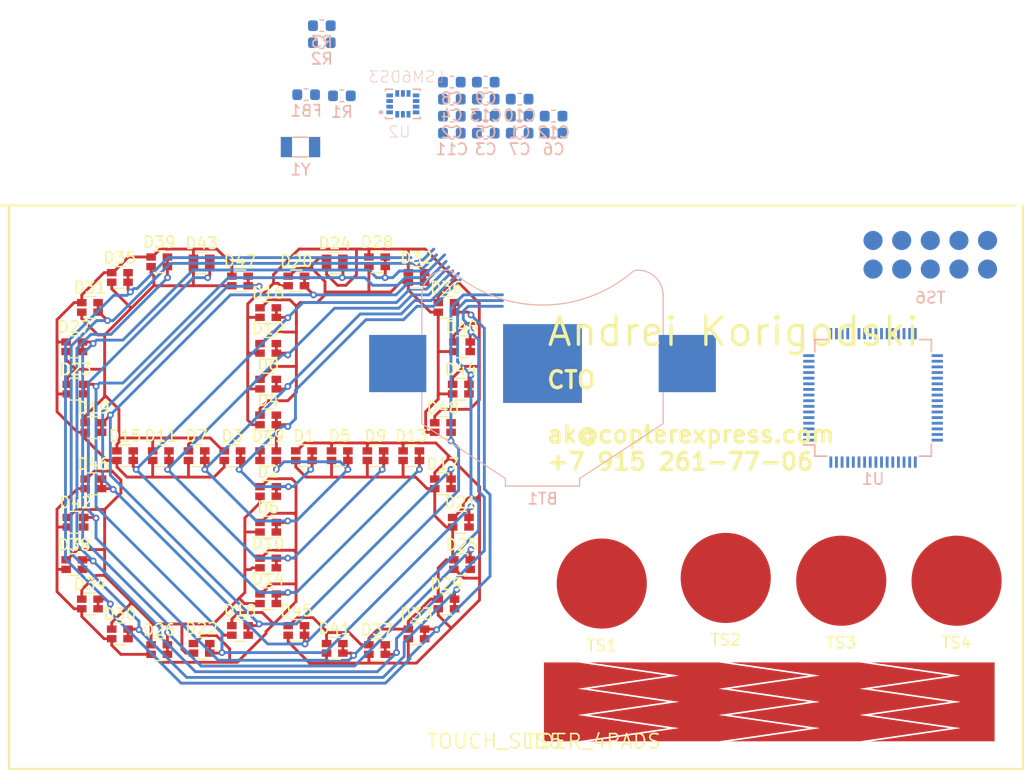
<source format=kicad_pcb>
(kicad_pcb (version 20171130) (host pcbnew 5.0.2+dfsg1-1~bpo9+1)
  (layers (0 F.Cu signal) (31 B.Cu signal) (34 B.Paste user) (35 F.Paste user) (36 B.SilkS user) (37 F.SilkS user) (38 B.Mask user) (39 F.Mask user) (44 Edge.Cuts user))
  (net 0 "")
  (net 1 LED_K0)
  (net 2 LED_K1)
  (net 3 LED_A0)
  (net 4 LED_K3)
  (net 5 LED_K2)
  (net 6 LED_K4)
  (net 7 LED_K5)
  (net 8 LED_K7)
  (net 9 LED_K6)
  (net 10 LED_K8)
  (net 11 LED_A1)
  (net 12 LED_A2)
  (net 13 LED_A3)
  (net 14 LED_A4)
  (net 15 LED_A5)
  (net 16 LED_A6)
  (net 17 LED_A7)
  (net 18 LED_A8)
  (net 19 VDD)
  (net 20 N$2)
  (net 21 MCU_AVDD)
  (net 22 GND)
  (net 23 N$7)
  (net 24 N$6)
  (net 25 N$13)
  (net 26 N$14)
  (net 27 N$5)
  (net 28 N$19)
  (net 29 N$20)
  (net 30 N$16)
  (net 31 N$15)
  (net 32 N$17)
  (net 33 N$18)
  (net 34 N$12)
  (net 35 N$11)
  (net 36 TOUCH_PAD0)
  (net 37 N$1)
  (net 38 TOUCH_PAD1)
  (net 39 TOUCH_PAD2)
  (net 40 TOUCH_PAD3)
  (net 41 N$21)
  (net 42 N$22)
  (net 43 N$23)
  (net 44 N$24)
  (net 45 N$8)
  (net 46 N$10)
  (net 47 N$9)
  (net 48 N$25)
  (net 49 N$26)
  (net 50 LED_K9)
  (net 51 LED_K10)
  (net 52 LED_K11)
  (module footprints:LED_DUAL_0606 (layer F.Cu) (at 96.175 57.2)
    (fp_text reference D1 (at 0 -1.75) (layer F.SilkS))
    (fp_text value LED_Dual_AACC)
    (pad 3 smd rect (at 0.725 -0.425) (size 0.85 0.65) (layers F.Cu F.Paste F.Mask) (net 1 LED_K0))
    (pad 4 smd rect (at 0.725 0.425) (size 0.85 0.65) (layers F.Cu F.Paste F.Mask) (net 1 LED_K0))
    (pad 2 smd rect (at -0.725 0.425) (size 0.85 0.65) (layers F.Cu F.Paste F.Mask) (net 11 LED_A1))
    (pad 1 smd rect (at -0.725 -0.425) (size 0.85 0.65) (layers F.Cu F.Paste F.Mask) (net 3 LED_A0))
  )
  (module footprints:LED_DUAL_0606 (layer F.Cu) (at 93 60.375)
    (fp_text reference D2 (at 0 -1.75) (layer F.SilkS))
    (fp_text value LED_Dual_AACC)
    (pad 3 smd rect (at 0.725 -0.425) (size 0.85 0.65) (layers F.Cu F.Paste F.Mask) (net 1 LED_K0))
    (pad 4 smd rect (at 0.725 0.425) (size 0.85 0.65) (layers F.Cu F.Paste F.Mask) (net 1 LED_K0))
    (pad 2 smd rect (at -0.725 0.425) (size 0.85 0.65) (layers F.Cu F.Paste F.Mask) (net 13 LED_A3))
    (pad 1 smd rect (at -0.725 -0.425) (size 0.85 0.65) (layers F.Cu F.Paste F.Mask) (net 12 LED_A2))
  )
  (module footprints:LED_DUAL_0606 (layer F.Cu) (at 89.825 57.2)
    (fp_text reference D3 (at 0 -1.75) (layer F.SilkS))
    (fp_text value LED_Dual_AACC)
    (pad 3 smd rect (at 0.725 -0.425) (size 0.85 0.65) (layers F.Cu F.Paste F.Mask) (net 1 LED_K0))
    (pad 4 smd rect (at 0.725 0.425) (size 0.85 0.65) (layers F.Cu F.Paste F.Mask) (net 1 LED_K0))
    (pad 2 smd rect (at -0.725 0.425) (size 0.85 0.65) (layers F.Cu F.Paste F.Mask) (net 15 LED_A5))
    (pad 1 smd rect (at -0.725 -0.425) (size 0.85 0.65) (layers F.Cu F.Paste F.Mask) (net 14 LED_A4))
  )
  (module footprints:LED_DUAL_0606 (layer F.Cu) (at 93 54.025)
    (fp_text reference D4 (at 0 -1.75) (layer F.SilkS))
    (fp_text value LED_Dual_AACC)
    (pad 3 smd rect (at 0.725 -0.425) (size 0.85 0.65) (layers F.Cu F.Paste F.Mask) (net 1 LED_K0))
    (pad 4 smd rect (at 0.725 0.425) (size 0.85 0.65) (layers F.Cu F.Paste F.Mask) (net 1 LED_K0))
    (pad 2 smd rect (at -0.725 0.425) (size 0.85 0.65) (layers F.Cu F.Paste F.Mask) (net 17 LED_A7))
    (pad 1 smd rect (at -0.725 -0.425) (size 0.85 0.65) (layers F.Cu F.Paste F.Mask) (net 16 LED_A6))
  )
  (module footprints:LED_DUAL_0606 (layer F.Cu) (at 99.35 57.2)
    (fp_text reference D5 (at 0 -1.75) (layer F.SilkS))
    (fp_text value LED_Dual_AACC)
    (pad 3 smd rect (at 0.725 -0.425) (size 0.85 0.65) (layers F.Cu F.Paste F.Mask) (net 2 LED_K1))
    (pad 4 smd rect (at 0.725 0.425) (size 0.85 0.65) (layers F.Cu F.Paste F.Mask) (net 2 LED_K1))
    (pad 2 smd rect (at -0.725 0.425) (size 0.85 0.65) (layers F.Cu F.Paste F.Mask) (net 11 LED_A1))
    (pad 1 smd rect (at -0.725 -0.425) (size 0.85 0.65) (layers F.Cu F.Paste F.Mask) (net 3 LED_A0))
  )
  (module footprints:LED_DUAL_0606 (layer F.Cu) (at 93 63.55)
    (fp_text reference D6 (at 0 -1.75) (layer F.SilkS))
    (fp_text value LED_Dual_AACC)
    (pad 3 smd rect (at 0.725 -0.425) (size 0.85 0.65) (layers F.Cu F.Paste F.Mask) (net 2 LED_K1))
    (pad 4 smd rect (at 0.725 0.425) (size 0.85 0.65) (layers F.Cu F.Paste F.Mask) (net 2 LED_K1))
    (pad 2 smd rect (at -0.725 0.425) (size 0.85 0.65) (layers F.Cu F.Paste F.Mask) (net 13 LED_A3))
    (pad 1 smd rect (at -0.725 -0.425) (size 0.85 0.65) (layers F.Cu F.Paste F.Mask) (net 12 LED_A2))
  )
  (module footprints:LED_DUAL_0606 (layer F.Cu) (at 86.65 57.2)
    (fp_text reference D7 (at 0 -1.75) (layer F.SilkS))
    (fp_text value LED_Dual_AACC)
    (pad 3 smd rect (at 0.725 -0.425) (size 0.85 0.65) (layers F.Cu F.Paste F.Mask) (net 2 LED_K1))
    (pad 4 smd rect (at 0.725 0.425) (size 0.85 0.65) (layers F.Cu F.Paste F.Mask) (net 2 LED_K1))
    (pad 2 smd rect (at -0.725 0.425) (size 0.85 0.65) (layers F.Cu F.Paste F.Mask) (net 15 LED_A5))
    (pad 1 smd rect (at -0.725 -0.425) (size 0.85 0.65) (layers F.Cu F.Paste F.Mask) (net 14 LED_A4))
  )
  (module footprints:LED_DUAL_0606 (layer F.Cu) (at 93 50.85)
    (fp_text reference D8 (at 0 -1.75) (layer F.SilkS))
    (fp_text value LED_Dual_AACC)
    (pad 3 smd rect (at 0.725 -0.425) (size 0.85 0.65) (layers F.Cu F.Paste F.Mask) (net 2 LED_K1))
    (pad 4 smd rect (at 0.725 0.425) (size 0.85 0.65) (layers F.Cu F.Paste F.Mask) (net 2 LED_K1))
    (pad 2 smd rect (at -0.725 0.425) (size 0.85 0.65) (layers F.Cu F.Paste F.Mask) (net 17 LED_A7))
    (pad 1 smd rect (at -0.725 -0.425) (size 0.85 0.65) (layers F.Cu F.Paste F.Mask) (net 16 LED_A6))
  )
  (module footprints:LED_DUAL_0606 (layer F.Cu) (at 102.525 57.2)
    (fp_text reference D9 (at 0 -1.75) (layer F.SilkS))
    (fp_text value LED_Dual_AACC)
    (pad 3 smd rect (at 0.725 -0.425) (size 0.85 0.65) (layers F.Cu F.Paste F.Mask) (net 5 LED_K2))
    (pad 4 smd rect (at 0.725 0.425) (size 0.85 0.65) (layers F.Cu F.Paste F.Mask) (net 5 LED_K2))
    (pad 2 smd rect (at -0.725 0.425) (size 0.85 0.65) (layers F.Cu F.Paste F.Mask) (net 11 LED_A1))
    (pad 1 smd rect (at -0.725 -0.425) (size 0.85 0.65) (layers F.Cu F.Paste F.Mask) (net 3 LED_A0))
  )
  (module footprints:LED_DUAL_0606 (layer F.Cu) (at 93 66.724999)
    (fp_text reference D10 (at 0 -1.75) (layer F.SilkS))
    (fp_text value LED_Dual_AACC)
    (pad 3 smd rect (at 0.725 -0.425) (size 0.85 0.65) (layers F.Cu F.Paste F.Mask) (net 5 LED_K2))
    (pad 4 smd rect (at 0.725 0.425) (size 0.85 0.65) (layers F.Cu F.Paste F.Mask) (net 5 LED_K2))
    (pad 2 smd rect (at -0.725 0.425) (size 0.85 0.65) (layers F.Cu F.Paste F.Mask) (net 13 LED_A3))
    (pad 1 smd rect (at -0.725 -0.425) (size 0.85 0.65) (layers F.Cu F.Paste F.Mask) (net 12 LED_A2))
  )
  (module footprints:LED_DUAL_0606 (layer F.Cu) (at 83.475 57.2)
    (fp_text reference D11 (at 0 -1.75) (layer F.SilkS))
    (fp_text value LED_Dual_AACC)
    (pad 3 smd rect (at 0.725 -0.425) (size 0.85 0.65) (layers F.Cu F.Paste F.Mask) (net 5 LED_K2))
    (pad 4 smd rect (at 0.725 0.425) (size 0.85 0.65) (layers F.Cu F.Paste F.Mask) (net 5 LED_K2))
    (pad 2 smd rect (at -0.725 0.425) (size 0.85 0.65) (layers F.Cu F.Paste F.Mask) (net 15 LED_A5))
    (pad 1 smd rect (at -0.725 -0.425) (size 0.85 0.65) (layers F.Cu F.Paste F.Mask) (net 14 LED_A4))
  )
  (module footprints:LED_DUAL_0606 (layer F.Cu) (at 93 47.675)
    (fp_text reference D12 (at 0 -1.75) (layer F.SilkS))
    (fp_text value LED_Dual_AACC)
    (pad 3 smd rect (at 0.725 -0.425) (size 0.85 0.65) (layers F.Cu F.Paste F.Mask) (net 5 LED_K2))
    (pad 4 smd rect (at 0.725 0.425) (size 0.85 0.65) (layers F.Cu F.Paste F.Mask) (net 5 LED_K2))
    (pad 2 smd rect (at -0.725 0.425) (size 0.85 0.65) (layers F.Cu F.Paste F.Mask) (net 17 LED_A7))
    (pad 1 smd rect (at -0.725 -0.425) (size 0.85 0.65) (layers F.Cu F.Paste F.Mask) (net 16 LED_A6))
  )
  (module footprints:LED_DUAL_0606 (layer F.Cu) (at 105.7 57.2)
    (fp_text reference D13 (at 0 -1.75) (layer F.SilkS))
    (fp_text value LED_Dual_AACC)
    (pad 3 smd rect (at 0.725 -0.425) (size 0.85 0.65) (layers F.Cu F.Paste F.Mask) (net 4 LED_K3))
    (pad 4 smd rect (at 0.725 0.425) (size 0.85 0.65) (layers F.Cu F.Paste F.Mask) (net 4 LED_K3))
    (pad 2 smd rect (at -0.725 0.425) (size 0.85 0.65) (layers F.Cu F.Paste F.Mask) (net 11 LED_A1))
    (pad 1 smd rect (at -0.725 -0.425) (size 0.85 0.65) (layers F.Cu F.Paste F.Mask) (net 3 LED_A0))
  )
  (module footprints:LED_DUAL_0606 (layer F.Cu) (at 93 69.9)
    (fp_text reference D14 (at 0 -1.75) (layer F.SilkS))
    (fp_text value LED_Dual_AACC)
    (pad 3 smd rect (at 0.725 -0.425) (size 0.85 0.65) (layers F.Cu F.Paste F.Mask) (net 4 LED_K3))
    (pad 4 smd rect (at 0.725 0.425) (size 0.85 0.65) (layers F.Cu F.Paste F.Mask) (net 4 LED_K3))
    (pad 2 smd rect (at -0.725 0.425) (size 0.85 0.65) (layers F.Cu F.Paste F.Mask) (net 13 LED_A3))
    (pad 1 smd rect (at -0.725 -0.425) (size 0.85 0.65) (layers F.Cu F.Paste F.Mask) (net 12 LED_A2))
  )
  (module footprints:LED_DUAL_0606 (layer F.Cu) (at 80.3 57.2)
    (fp_text reference D15 (at 0 -1.75) (layer F.SilkS))
    (fp_text value LED_Dual_AACC)
    (pad 3 smd rect (at 0.725 -0.425) (size 0.85 0.65) (layers F.Cu F.Paste F.Mask) (net 4 LED_K3))
    (pad 4 smd rect (at 0.725 0.425) (size 0.85 0.65) (layers F.Cu F.Paste F.Mask) (net 4 LED_K3))
    (pad 2 smd rect (at -0.725 0.425) (size 0.85 0.65) (layers F.Cu F.Paste F.Mask) (net 15 LED_A5))
    (pad 1 smd rect (at -0.725 -0.425) (size 0.85 0.65) (layers F.Cu F.Paste F.Mask) (net 14 LED_A4))
  )
  (module footprints:LED_DUAL_0606 (layer F.Cu) (at 93 44.5)
    (fp_text reference D16 (at 0 -1.75) (layer F.SilkS))
    (fp_text value LED_Dual_AACC)
    (pad 3 smd rect (at 0.725 -0.425) (size 0.85 0.65) (layers F.Cu F.Paste F.Mask) (net 4 LED_K3))
    (pad 4 smd rect (at 0.725 0.425) (size 0.85 0.65) (layers F.Cu F.Paste F.Mask) (net 4 LED_K3))
    (pad 2 smd rect (at -0.725 0.425) (size 0.85 0.65) (layers F.Cu F.Paste F.Mask) (net 17 LED_A7))
    (pad 1 smd rect (at -0.725 -0.425) (size 0.85 0.65) (layers F.Cu F.Paste F.Mask) (net 16 LED_A6))
  )
  (module footprints:LED_DUAL_0606 (layer F.Cu) (at 108.508852 59.699666)
    (fp_text reference D17 (at 0 -1.75) (layer F.SilkS))
    (fp_text value LED_Dual_AACC)
    (pad 3 smd rect (at 0.725 -0.425) (size 0.85 0.65) (layers F.Cu F.Paste F.Mask) (net 6 LED_K4))
    (pad 4 smd rect (at 0.725 0.425) (size 0.85 0.65) (layers F.Cu F.Paste F.Mask) (net 6 LED_K4))
    (pad 2 smd rect (at -0.725 0.425) (size 0.85 0.65) (layers F.Cu F.Paste F.Mask) (net 11 LED_A1))
    (pad 1 smd rect (at -0.725 -0.425) (size 0.85 0.65) (layers F.Cu F.Paste F.Mask) (net 3 LED_A0))
  )
  (module footprints:LED_DUAL_0606 (layer F.Cu) (at 90.500333 72.708852)
    (fp_text reference D18 (at 0 -1.75) (layer F.SilkS))
    (fp_text value LED_Dual_AACC)
    (pad 3 smd rect (at 0.725 -0.425) (size 0.85 0.65) (layers F.Cu F.Paste F.Mask) (net 6 LED_K4))
    (pad 4 smd rect (at 0.725 0.425) (size 0.85 0.65) (layers F.Cu F.Paste F.Mask) (net 6 LED_K4))
    (pad 2 smd rect (at -0.725 0.425) (size 0.85 0.65) (layers F.Cu F.Paste F.Mask) (net 13 LED_A3))
    (pad 1 smd rect (at -0.725 -0.425) (size 0.85 0.65) (layers F.Cu F.Paste F.Mask) (net 12 LED_A2))
  )
  (module footprints:LED_DUAL_0606 (layer F.Cu) (at 77.491147 54.700333)
    (fp_text reference D19 (at 0 -1.75) (layer F.SilkS))
    (fp_text value LED_Dual_AACC)
    (pad 3 smd rect (at 0.725 -0.425) (size 0.85 0.65) (layers F.Cu F.Paste F.Mask) (net 6 LED_K4))
    (pad 4 smd rect (at 0.725 0.425) (size 0.85 0.65) (layers F.Cu F.Paste F.Mask) (net 6 LED_K4))
    (pad 2 smd rect (at -0.725 0.425) (size 0.85 0.65) (layers F.Cu F.Paste F.Mask) (net 15 LED_A5))
    (pad 1 smd rect (at -0.725 -0.425) (size 0.85 0.65) (layers F.Cu F.Paste F.Mask) (net 14 LED_A4))
  )
  (module footprints:LED_DUAL_0606 (layer F.Cu) (at 95.499666 41.691147)
    (fp_text reference D20 (at 0 -1.75) (layer F.SilkS))
    (fp_text value LED_Dual_AACC)
    (pad 3 smd rect (at 0.725 -0.425) (size 0.85 0.65) (layers F.Cu F.Paste F.Mask) (net 6 LED_K4))
    (pad 4 smd rect (at 0.725 0.425) (size 0.85 0.65) (layers F.Cu F.Paste F.Mask) (net 6 LED_K4))
    (pad 2 smd rect (at -0.725 0.425) (size 0.85 0.65) (layers F.Cu F.Paste F.Mask) (net 17 LED_A7))
    (pad 1 smd rect (at -0.725 -0.425) (size 0.85 0.65) (layers F.Cu F.Paste F.Mask) (net 16 LED_A6))
  )
  (module footprints:LED_DUAL_0606 (layer F.Cu) (at 110.097919 63.107431)
    (fp_text reference D21 (at 0 -1.75) (layer F.SilkS))
    (fp_text value LED_Dual_AACC)
    (pad 3 smd rect (at 0.725 -0.425) (size 0.85 0.65) (layers F.Cu F.Paste F.Mask) (net 7 LED_K5))
    (pad 4 smd rect (at 0.725 0.425) (size 0.85 0.65) (layers F.Cu F.Paste F.Mask) (net 7 LED_K5))
    (pad 2 smd rect (at -0.725 0.425) (size 0.85 0.65) (layers F.Cu F.Paste F.Mask) (net 11 LED_A1))
    (pad 1 smd rect (at -0.725 -0.425) (size 0.85 0.65) (layers F.Cu F.Paste F.Mask) (net 3 LED_A0))
  )
  (module footprints:LED_DUAL_0606 (layer F.Cu) (at 87.092568 74.297919)
    (fp_text reference D22 (at 0 -1.75) (layer F.SilkS))
    (fp_text value LED_Dual_AACC)
    (pad 3 smd rect (at 0.725 -0.425) (size 0.85 0.65) (layers F.Cu F.Paste F.Mask) (net 7 LED_K5))
    (pad 4 smd rect (at 0.725 0.425) (size 0.85 0.65) (layers F.Cu F.Paste F.Mask) (net 7 LED_K5))
    (pad 2 smd rect (at -0.725 0.425) (size 0.85 0.65) (layers F.Cu F.Paste F.Mask) (net 13 LED_A3))
    (pad 1 smd rect (at -0.725 -0.425) (size 0.85 0.65) (layers F.Cu F.Paste F.Mask) (net 12 LED_A2))
  )
  (module footprints:LED_DUAL_0606 (layer F.Cu) (at 75.90208 51.292568)
    (fp_text reference D23 (at 0 -1.75) (layer F.SilkS))
    (fp_text value LED_Dual_AACC)
    (pad 3 smd rect (at 0.725 -0.425) (size 0.85 0.65) (layers F.Cu F.Paste F.Mask) (net 7 LED_K5))
    (pad 4 smd rect (at 0.725 0.425) (size 0.85 0.65) (layers F.Cu F.Paste F.Mask) (net 7 LED_K5))
    (pad 2 smd rect (at -0.725 0.425) (size 0.85 0.65) (layers F.Cu F.Paste F.Mask) (net 15 LED_A5))
    (pad 1 smd rect (at -0.725 -0.425) (size 0.85 0.65) (layers F.Cu F.Paste F.Mask) (net 14 LED_A4))
  )
  (module footprints:LED_DUAL_0606 (layer F.Cu) (at 98.907431 40.10208)
    (fp_text reference D24 (at 0 -1.75) (layer F.SilkS))
    (fp_text value LED_Dual_AACC)
    (pad 3 smd rect (at 0.725 -0.425) (size 0.85 0.65) (layers F.Cu F.Paste F.Mask) (net 7 LED_K5))
    (pad 4 smd rect (at 0.725 0.425) (size 0.85 0.65) (layers F.Cu F.Paste F.Mask) (net 7 LED_K5))
    (pad 2 smd rect (at -0.725 0.425) (size 0.85 0.65) (layers F.Cu F.Paste F.Mask) (net 17 LED_A7))
    (pad 1 smd rect (at -0.725 -0.425) (size 0.85 0.65) (layers F.Cu F.Paste F.Mask) (net 16 LED_A6))
  )
  (module footprints:LED_DUAL_0606 (layer F.Cu) (at 110.207279 66.865892)
    (fp_text reference D25 (at 0 -1.75) (layer F.SilkS))
    (fp_text value LED_Dual_AACC)
    (pad 3 smd rect (at 0.725 -0.425) (size 0.85 0.65) (layers F.Cu F.Paste F.Mask) (net 9 LED_K6))
    (pad 4 smd rect (at 0.725 0.425) (size 0.85 0.65) (layers F.Cu F.Paste F.Mask) (net 9 LED_K6))
    (pad 2 smd rect (at -0.725 0.425) (size 0.85 0.65) (layers F.Cu F.Paste F.Mask) (net 3 LED_A0))
    (pad 1 smd rect (at -0.725 -0.425) (size 0.85 0.65) (layers F.Cu F.Paste F.Mask) (net 11 LED_A1))
  )
  (module footprints:LED_DUAL_0606 (layer F.Cu) (at 83.334107 74.407279)
    (fp_text reference D26 (at 0 -1.75) (layer F.SilkS))
    (fp_text value LED_Dual_AACC)
    (pad 3 smd rect (at 0.725 -0.425) (size 0.85 0.65) (layers F.Cu F.Paste F.Mask) (net 9 LED_K6))
    (pad 4 smd rect (at 0.725 0.425) (size 0.85 0.65) (layers F.Cu F.Paste F.Mask) (net 9 LED_K6))
    (pad 2 smd rect (at -0.725 0.425) (size 0.85 0.65) (layers F.Cu F.Paste F.Mask) (net 12 LED_A2))
    (pad 1 smd rect (at -0.725 -0.425) (size 0.85 0.65) (layers F.Cu F.Paste F.Mask) (net 13 LED_A3))
  )
  (module footprints:LED_DUAL_0606 (layer F.Cu) (at 75.79272 47.534107)
    (fp_text reference D27 (at 0 -1.75) (layer F.SilkS))
    (fp_text value LED_Dual_AACC)
    (pad 3 smd rect (at 0.725 -0.425) (size 0.85 0.65) (layers F.Cu F.Paste F.Mask) (net 9 LED_K6))
    (pad 4 smd rect (at 0.725 0.425) (size 0.85 0.65) (layers F.Cu F.Paste F.Mask) (net 9 LED_K6))
    (pad 2 smd rect (at -0.725 0.425) (size 0.85 0.65) (layers F.Cu F.Paste F.Mask) (net 14 LED_A4))
    (pad 1 smd rect (at -0.725 -0.425) (size 0.85 0.65) (layers F.Cu F.Paste F.Mask) (net 15 LED_A5))
  )
  (module footprints:LED_DUAL_0606 (layer F.Cu) (at 102.665892 39.99272)
    (fp_text reference D28 (at 0 -1.75) (layer F.SilkS))
    (fp_text value LED_Dual_AACC)
    (pad 3 smd rect (at 0.725 -0.425) (size 0.85 0.65) (layers F.Cu F.Paste F.Mask) (net 9 LED_K6))
    (pad 4 smd rect (at 0.725 0.425) (size 0.85 0.65) (layers F.Cu F.Paste F.Mask) (net 9 LED_K6))
    (pad 2 smd rect (at -0.725 0.425) (size 0.85 0.65) (layers F.Cu F.Paste F.Mask) (net 16 LED_A6))
    (pad 1 smd rect (at -0.725 -0.425) (size 0.85 0.65) (layers F.Cu F.Paste F.Mask) (net 17 LED_A7))
  )
  (module footprints:LED_DUAL_0606 (layer F.Cu) (at 108.819045 70.360287)
    (fp_text reference D29 (at 0 -1.75) (layer F.SilkS))
    (fp_text value LED_Dual_AACC)
    (pad 3 smd rect (at 0.725 -0.425) (size 0.85 0.65) (layers F.Cu F.Paste F.Mask) (net 8 LED_K7))
    (pad 4 smd rect (at 0.725 0.425) (size 0.85 0.65) (layers F.Cu F.Paste F.Mask) (net 8 LED_K7))
    (pad 2 smd rect (at -0.725 0.425) (size 0.85 0.65) (layers F.Cu F.Paste F.Mask) (net 3 LED_A0))
    (pad 1 smd rect (at -0.725 -0.425) (size 0.85 0.65) (layers F.Cu F.Paste F.Mask) (net 11 LED_A1))
  )
  (module footprints:LED_DUAL_0606 (layer F.Cu) (at 79.839712 73.019045)
    (fp_text reference D30 (at 0 -1.75) (layer F.SilkS))
    (fp_text value LED_Dual_AACC)
    (pad 3 smd rect (at 0.725 -0.425) (size 0.85 0.65) (layers F.Cu F.Paste F.Mask) (net 8 LED_K7))
    (pad 4 smd rect (at 0.725 0.425) (size 0.85 0.65) (layers F.Cu F.Paste F.Mask) (net 8 LED_K7))
    (pad 2 smd rect (at -0.725 0.425) (size 0.85 0.65) (layers F.Cu F.Paste F.Mask) (net 12 LED_A2))
    (pad 1 smd rect (at -0.725 -0.425) (size 0.85 0.65) (layers F.Cu F.Paste F.Mask) (net 13 LED_A3))
  )
  (module footprints:LED_DUAL_0606 (layer F.Cu) (at 77.180954 44.039712)
    (fp_text reference D31 (at 0 -1.75) (layer F.SilkS))
    (fp_text value LED_Dual_AACC)
    (pad 3 smd rect (at 0.725 -0.425) (size 0.85 0.65) (layers F.Cu F.Paste F.Mask) (net 8 LED_K7))
    (pad 4 smd rect (at 0.725 0.425) (size 0.85 0.65) (layers F.Cu F.Paste F.Mask) (net 8 LED_K7))
    (pad 2 smd rect (at -0.725 0.425) (size 0.85 0.65) (layers F.Cu F.Paste F.Mask) (net 14 LED_A4))
    (pad 1 smd rect (at -0.725 -0.425) (size 0.85 0.65) (layers F.Cu F.Paste F.Mask) (net 15 LED_A5))
  )
  (module footprints:LED_DUAL_0606 (layer F.Cu) (at 106.160287 41.380954)
    (fp_text reference D32 (at 0 -1.75) (layer F.SilkS))
    (fp_text value LED_Dual_AACC)
    (pad 3 smd rect (at 0.725 -0.425) (size 0.85 0.65) (layers F.Cu F.Paste F.Mask) (net 8 LED_K7))
    (pad 4 smd rect (at 0.725 0.425) (size 0.85 0.65) (layers F.Cu F.Paste F.Mask) (net 8 LED_K7))
    (pad 2 smd rect (at -0.725 0.425) (size 0.85 0.65) (layers F.Cu F.Paste F.Mask) (net 16 LED_A6))
    (pad 1 smd rect (at -0.725 -0.425) (size 0.85 0.65) (layers F.Cu F.Paste F.Mask) (net 17 LED_A7))
  )
  (module footprints:LED_DUAL_0606 (layer F.Cu) (at 106.160287 73.019045)
    (fp_text reference D33 (at 0 -1.75) (layer F.SilkS))
    (fp_text value LED_Dual_AACC)
    (pad 3 smd rect (at 0.725 -0.425) (size 0.85 0.65) (layers F.Cu F.Paste F.Mask) (net 10 LED_K8))
    (pad 4 smd rect (at 0.725 0.425) (size 0.85 0.65) (layers F.Cu F.Paste F.Mask) (net 10 LED_K8))
    (pad 2 smd rect (at -0.725 0.425) (size 0.85 0.65) (layers F.Cu F.Paste F.Mask) (net 3 LED_A0))
    (pad 1 smd rect (at -0.725 -0.425) (size 0.85 0.65) (layers F.Cu F.Paste F.Mask) (net 11 LED_A1))
  )
  (module footprints:LED_DUAL_0606 (layer F.Cu) (at 77.180954 70.360287)
    (fp_text reference D34 (at 0 -1.75) (layer F.SilkS))
    (fp_text value LED_Dual_AACC)
    (pad 3 smd rect (at 0.725 -0.425) (size 0.85 0.65) (layers F.Cu F.Paste F.Mask) (net 10 LED_K8))
    (pad 4 smd rect (at 0.725 0.425) (size 0.85 0.65) (layers F.Cu F.Paste F.Mask) (net 10 LED_K8))
    (pad 2 smd rect (at -0.725 0.425) (size 0.85 0.65) (layers F.Cu F.Paste F.Mask) (net 12 LED_A2))
    (pad 1 smd rect (at -0.725 -0.425) (size 0.85 0.65) (layers F.Cu F.Paste F.Mask) (net 13 LED_A3))
  )
  (module footprints:LED_DUAL_0606 (layer F.Cu) (at 79.839712 41.380954)
    (fp_text reference D35 (at 0 -1.75) (layer F.SilkS))
    (fp_text value LED_Dual_AACC)
    (pad 3 smd rect (at 0.725 -0.425) (size 0.85 0.65) (layers F.Cu F.Paste F.Mask) (net 10 LED_K8))
    (pad 4 smd rect (at 0.725 0.425) (size 0.85 0.65) (layers F.Cu F.Paste F.Mask) (net 10 LED_K8))
    (pad 2 smd rect (at -0.725 0.425) (size 0.85 0.65) (layers F.Cu F.Paste F.Mask) (net 14 LED_A4))
    (pad 1 smd rect (at -0.725 -0.425) (size 0.85 0.65) (layers F.Cu F.Paste F.Mask) (net 15 LED_A5))
  )
  (module footprints:LED_DUAL_0606 (layer F.Cu) (at 108.819045 44.039712)
    (fp_text reference D36 (at 0 -1.75) (layer F.SilkS))
    (fp_text value LED_Dual_AACC)
    (pad 3 smd rect (at 0.725 -0.425) (size 0.85 0.65) (layers F.Cu F.Paste F.Mask) (net 10 LED_K8))
    (pad 4 smd rect (at 0.725 0.425) (size 0.85 0.65) (layers F.Cu F.Paste F.Mask) (net 10 LED_K8))
    (pad 2 smd rect (at -0.725 0.425) (size 0.85 0.65) (layers F.Cu F.Paste F.Mask) (net 16 LED_A6))
    (pad 1 smd rect (at -0.725 -0.425) (size 0.85 0.65) (layers F.Cu F.Paste F.Mask) (net 17 LED_A7))
  )
  (module footprints:LED_DUAL_0606 (layer F.Cu) (at 102.665892 74.407279)
    (fp_text reference D37 (at 0 -1.75) (layer F.SilkS))
    (fp_text value LED_Dual_AACC)
    (pad 3 smd rect (at 0.725 -0.425) (size 0.85 0.65) (layers F.Cu F.Paste F.Mask) (net 50 LED_K9))
    (pad 4 smd rect (at 0.725 0.425) (size 0.85 0.65) (layers F.Cu F.Paste F.Mask) (net 50 LED_K9))
    (pad 2 smd rect (at -0.725 0.425) (size 0.85 0.65) (layers F.Cu F.Paste F.Mask) (net 3 LED_A0))
    (pad 1 smd rect (at -0.725 -0.425) (size 0.85 0.65) (layers F.Cu F.Paste F.Mask) (net 11 LED_A1))
  )
  (module footprints:LED_DUAL_0606 (layer F.Cu) (at 75.79272 66.865892)
    (fp_text reference D38 (at 0 -1.75) (layer F.SilkS))
    (fp_text value LED_Dual_AACC)
    (pad 3 smd rect (at 0.725 -0.425) (size 0.85 0.65) (layers F.Cu F.Paste F.Mask) (net 50 LED_K9))
    (pad 4 smd rect (at 0.725 0.425) (size 0.85 0.65) (layers F.Cu F.Paste F.Mask) (net 50 LED_K9))
    (pad 2 smd rect (at -0.725 0.425) (size 0.85 0.65) (layers F.Cu F.Paste F.Mask) (net 12 LED_A2))
    (pad 1 smd rect (at -0.725 -0.425) (size 0.85 0.65) (layers F.Cu F.Paste F.Mask) (net 13 LED_A3))
  )
  (module footprints:LED_DUAL_0606 (layer F.Cu) (at 83.334107 39.99272)
    (fp_text reference D39 (at 0 -1.75) (layer F.SilkS))
    (fp_text value LED_Dual_AACC)
    (pad 3 smd rect (at 0.725 -0.425) (size 0.85 0.65) (layers F.Cu F.Paste F.Mask) (net 50 LED_K9))
    (pad 4 smd rect (at 0.725 0.425) (size 0.85 0.65) (layers F.Cu F.Paste F.Mask) (net 50 LED_K9))
    (pad 2 smd rect (at -0.725 0.425) (size 0.85 0.65) (layers F.Cu F.Paste F.Mask) (net 14 LED_A4))
    (pad 1 smd rect (at -0.725 -0.425) (size 0.85 0.65) (layers F.Cu F.Paste F.Mask) (net 15 LED_A5))
  )
  (module footprints:LED_DUAL_0606 (layer F.Cu) (at 110.207279 47.534107)
    (fp_text reference D40 (at 0 -1.75) (layer F.SilkS))
    (fp_text value LED_Dual_AACC)
    (pad 3 smd rect (at 0.725 -0.425) (size 0.85 0.65) (layers F.Cu F.Paste F.Mask) (net 50 LED_K9))
    (pad 4 smd rect (at 0.725 0.425) (size 0.85 0.65) (layers F.Cu F.Paste F.Mask) (net 50 LED_K9))
    (pad 2 smd rect (at -0.725 0.425) (size 0.85 0.65) (layers F.Cu F.Paste F.Mask) (net 16 LED_A6))
    (pad 1 smd rect (at -0.725 -0.425) (size 0.85 0.65) (layers F.Cu F.Paste F.Mask) (net 17 LED_A7))
  )
  (module footprints:LED_DUAL_0606 (layer F.Cu) (at 98.907431 74.297919)
    (fp_text reference D41 (at 0 -1.75) (layer F.SilkS))
    (fp_text value LED_Dual_AACC)
    (pad 3 smd rect (at 0.725 -0.425) (size 0.85 0.65) (layers F.Cu F.Paste F.Mask) (net 51 LED_K10))
    (pad 4 smd rect (at 0.725 0.425) (size 0.85 0.65) (layers F.Cu F.Paste F.Mask) (net 51 LED_K10))
    (pad 2 smd rect (at -0.725 0.425) (size 0.85 0.65) (layers F.Cu F.Paste F.Mask) (net 3 LED_A0))
    (pad 1 smd rect (at -0.725 -0.425) (size 0.85 0.65) (layers F.Cu F.Paste F.Mask) (net 11 LED_A1))
  )
  (module footprints:LED_DUAL_0606 (layer F.Cu) (at 75.90208 63.107431)
    (fp_text reference D42 (at 0 -1.75) (layer F.SilkS))
    (fp_text value LED_Dual_AACC)
    (pad 3 smd rect (at 0.725 -0.425) (size 0.85 0.65) (layers F.Cu F.Paste F.Mask) (net 51 LED_K10))
    (pad 4 smd rect (at 0.725 0.425) (size 0.85 0.65) (layers F.Cu F.Paste F.Mask) (net 51 LED_K10))
    (pad 2 smd rect (at -0.725 0.425) (size 0.85 0.65) (layers F.Cu F.Paste F.Mask) (net 12 LED_A2))
    (pad 1 smd rect (at -0.725 -0.425) (size 0.85 0.65) (layers F.Cu F.Paste F.Mask) (net 13 LED_A3))
  )
  (module footprints:LED_DUAL_0606 (layer F.Cu) (at 87.092568 40.10208)
    (fp_text reference D43 (at 0 -1.75) (layer F.SilkS))
    (fp_text value LED_Dual_AACC)
    (pad 3 smd rect (at 0.725 -0.425) (size 0.85 0.65) (layers F.Cu F.Paste F.Mask) (net 51 LED_K10))
    (pad 4 smd rect (at 0.725 0.425) (size 0.85 0.65) (layers F.Cu F.Paste F.Mask) (net 51 LED_K10))
    (pad 2 smd rect (at -0.725 0.425) (size 0.85 0.65) (layers F.Cu F.Paste F.Mask) (net 14 LED_A4))
    (pad 1 smd rect (at -0.725 -0.425) (size 0.85 0.65) (layers F.Cu F.Paste F.Mask) (net 15 LED_A5))
  )
  (module footprints:LED_DUAL_0606 (layer F.Cu) (at 110.097919 51.292568)
    (fp_text reference D44 (at 0 -1.75) (layer F.SilkS))
    (fp_text value LED_Dual_AACC)
    (pad 3 smd rect (at 0.725 -0.425) (size 0.85 0.65) (layers F.Cu F.Paste F.Mask) (net 51 LED_K10))
    (pad 4 smd rect (at 0.725 0.425) (size 0.85 0.65) (layers F.Cu F.Paste F.Mask) (net 51 LED_K10))
    (pad 2 smd rect (at -0.725 0.425) (size 0.85 0.65) (layers F.Cu F.Paste F.Mask) (net 16 LED_A6))
    (pad 1 smd rect (at -0.725 -0.425) (size 0.85 0.65) (layers F.Cu F.Paste F.Mask) (net 17 LED_A7))
  )
  (module footprints:LED_DUAL_0606 (layer F.Cu) (at 95.499666 72.708852)
    (fp_text reference D45 (at 0 -1.75) (layer F.SilkS))
    (fp_text value LED_Dual_AACC)
    (pad 3 smd rect (at 0.725 -0.425) (size 0.85 0.65) (layers F.Cu F.Paste F.Mask) (net 52 LED_K11))
    (pad 4 smd rect (at 0.725 0.425) (size 0.85 0.65) (layers F.Cu F.Paste F.Mask) (net 52 LED_K11))
    (pad 2 smd rect (at -0.725 0.425) (size 0.85 0.65) (layers F.Cu F.Paste F.Mask) (net 3 LED_A0))
    (pad 1 smd rect (at -0.725 -0.425) (size 0.85 0.65) (layers F.Cu F.Paste F.Mask) (net 11 LED_A1))
  )
  (module footprints:LED_DUAL_0606 (layer F.Cu) (at 77.491147 59.699666)
    (fp_text reference D46 (at 0 -1.75) (layer F.SilkS))
    (fp_text value LED_Dual_AACC)
    (pad 3 smd rect (at 0.725 -0.425) (size 0.85 0.65) (layers F.Cu F.Paste F.Mask) (net 52 LED_K11))
    (pad 4 smd rect (at 0.725 0.425) (size 0.85 0.65) (layers F.Cu F.Paste F.Mask) (net 52 LED_K11))
    (pad 2 smd rect (at -0.725 0.425) (size 0.85 0.65) (layers F.Cu F.Paste F.Mask) (net 12 LED_A2))
    (pad 1 smd rect (at -0.725 -0.425) (size 0.85 0.65) (layers F.Cu F.Paste F.Mask) (net 13 LED_A3))
  )
  (module footprints:LED_DUAL_0606 (layer F.Cu) (at 90.500333 41.691147)
    (fp_text reference D47 (at 0 -1.75) (layer F.SilkS))
    (fp_text value LED_Dual_AACC)
    (pad 3 smd rect (at 0.725 -0.425) (size 0.85 0.65) (layers F.Cu F.Paste F.Mask) (net 52 LED_K11))
    (pad 4 smd rect (at 0.725 0.425) (size 0.85 0.65) (layers F.Cu F.Paste F.Mask) (net 52 LED_K11))
    (pad 2 smd rect (at -0.725 0.425) (size 0.85 0.65) (layers F.Cu F.Paste F.Mask) (net 14 LED_A4))
    (pad 1 smd rect (at -0.725 -0.425) (size 0.85 0.65) (layers F.Cu F.Paste F.Mask) (net 15 LED_A5))
  )
  (module footprints:LED_DUAL_0606 (layer F.Cu) (at 108.508852 54.700333)
    (fp_text reference D48 (at 0 -1.75) (layer F.SilkS))
    (fp_text value LED_Dual_AACC)
    (pad 3 smd rect (at 0.725 -0.425) (size 0.85 0.65) (layers F.Cu F.Paste F.Mask) (net 52 LED_K11))
    (pad 4 smd rect (at 0.725 0.425) (size 0.85 0.65) (layers F.Cu F.Paste F.Mask) (net 52 LED_K11))
    (pad 2 smd rect (at -0.725 0.425) (size 0.85 0.65) (layers F.Cu F.Paste F.Mask) (net 16 LED_A6))
    (pad 1 smd rect (at -0.725 -0.425) (size 0.85 0.65) (layers F.Cu F.Paste F.Mask) (net 17 LED_A7))
  )
  (module footprints:LED_DUAL_0606 (layer F.Cu) (at 93 57.2)
    (fp_text reference D49 (at 0 -1.75) (layer F.SilkS))
    (fp_text value LED_Dual_AACC)
    (pad 3 smd rect (at 0.725 -0.425) (size 0.85 0.65) (layers F.Cu F.Paste F.Mask) (net 1 LED_K0))
    (pad 4 smd rect (at 0.725 0.425) (size 0.85 0.65) (layers F.Cu F.Paste F.Mask) (net 2 LED_K1))
    (pad 2 smd rect (at -0.725 0.425) (size 0.85 0.65) (layers F.Cu F.Paste F.Mask) (net 18 LED_A8))
    (pad 1 smd rect (at -0.725 -0.425) (size 0.85 0.65) (layers F.Cu F.Paste F.Mask) (net 18 LED_A8))
  )
  (module Inductor_SMD:L_0603_1608Metric (layer B.Cu) (at 96.3675 25.161291)
    (fp_text reference FB1 (at 0 1.43) (layer B.SilkS) (effects (justify mirror)))
    (fp_text value Ferrite_Bead_Small)
    (pad 2 smd roundrect (at 0.7875 0) (size 0.875 0.95) (layers B.Cu B.Paste B.Mask) (net 20 N$2))
    (pad 1 smd roundrect (at -0.7875 0) (size 0.875 0.95) (layers B.Cu B.Paste B.Mask) (net 19 VDD))
  )
  (module Resistor_SMD:R_0603_1608Metric (layer B.Cu) (at 99.5425 25.261291)
    (fp_text reference R1 (at 0 1.43) (layer B.SilkS) (effects (justify mirror)))
    (fp_text value 1)
    (pad 2 smd roundrect (at 0.7875 0) (size 0.875 0.95) (layers B.Cu B.Paste B.Mask) (net 21 MCU_AVDD))
    (pad 1 smd roundrect (at -0.7875 0) (size 0.875 0.95) (layers B.Cu B.Paste B.Mask) (net 20 N$2))
  )
  (module Package_QFP:LQFP-64_10x10mm_P0.5mm (layer B.Cu) (at 146.685 52.07)
    (fp_text reference U1 (at 0 7.2) (layer B.SilkS) (effects (justify mirror)))
    (fp_text value EFM32LG232F64)
    (pad 64 smd rect (at -3.75 5.7 270) (size 1 0.25) (layers B.Cu B.Paste B.Mask) (net 52 LED_K11))
    (pad 63 smd rect (at -3.25 5.7 270) (size 1 0.25) (layers B.Cu B.Paste B.Mask) (net 51 LED_K10))
    (pad 62 smd rect (at -2.75 5.7 270) (size 1 0.25) (layers B.Cu B.Paste B.Mask) (net 50 LED_K9))
    (pad 61 smd rect (at -2.25 5.7 270) (size 1 0.25) (layers B.Cu B.Paste B.Mask) (net 10 LED_K8))
    (pad 60 smd rect (at -1.75 5.7 270) (size 1 0.25) (layers B.Cu B.Paste B.Mask) (net 8 LED_K7))
    (pad 59 smd rect (at -1.25 5.7 270) (size 1 0.25) (layers B.Cu B.Paste B.Mask) (net 9 LED_K6))
    (pad 58 smd rect (at -0.75 5.7 270) (size 1 0.25) (layers B.Cu B.Paste B.Mask) (net 7 LED_K5))
    (pad 57 smd rect (at -0.25 5.7 270) (size 1 0.25) (layers B.Cu B.Paste B.Mask) (net 6 LED_K4))
    (pad 56 smd rect (at 0.25 5.7 270) (size 1 0.25) (layers B.Cu B.Paste B.Mask) (net 22 GND))
    (pad 55 smd rect (at 0.75 5.7 270) (size 1 0.25) (layers B.Cu B.Paste B.Mask) (net 19 VDD))
    (pad 54 smd rect (at 1.25 5.7 270) (size 1 0.25) (layers B.Cu B.Paste B.Mask) (net 4 LED_K3))
    (pad 53 smd rect (at 1.75 5.7 270) (size 1 0.25) (layers B.Cu B.Paste B.Mask) (net 5 LED_K2))
    (pad 52 smd rect (at 2.25 5.7 270) (size 1 0.25) (layers B.Cu B.Paste B.Mask) (net 2 LED_K1))
    (pad 51 smd rect (at 2.75 5.7 270) (size 1 0.25) (layers B.Cu B.Paste B.Mask) (net 1 LED_K0))
    (pad 50 smd rect (at 3.25 5.7 270) (size 1 0.25) (layers B.Cu B.Paste B.Mask) (net 47 N$9))
    (pad 49 smd rect (at 3.75 5.7 270) (size 1 0.25) (layers B.Cu B.Paste B.Mask) (net 46 N$10))
    (pad 48 smd rect (at 5.7 3.75) (size 1 0.25) (layers B.Cu B.Paste B.Mask) (net 45 N$8))
    (pad 47 smd rect (at 5.7 3.25) (size 1 0.25) (layers B.Cu B.Paste B.Mask) (net 44 N$24))
    (pad 46 smd rect (at 5.7 2.75) (size 1 0.25) (layers B.Cu B.Paste B.Mask) (net 43 N$23))
    (pad 45 smd rect (at 5.7 2.25) (size 1 0.25) (layers B.Cu B.Paste B.Mask) (net 42 N$22))
    (pad 44 smd rect (at 5.7 1.75) (size 1 0.25) (layers B.Cu B.Paste B.Mask) (net 41 N$21))
    (pad 43 smd rect (at 5.7 1.25) (size 1 0.25) (layers B.Cu B.Paste B.Mask) (net 40 TOUCH_PAD3))
    (pad 42 smd rect (at 5.7 0.75) (size 1 0.25) (layers B.Cu B.Paste B.Mask) (net 39 TOUCH_PAD2))
    (pad 41 smd rect (at 5.7 0.25) (size 1 0.25) (layers B.Cu B.Paste B.Mask) (net 38 TOUCH_PAD1))
    (pad 40 smd rect (at 5.7 -0.25) (size 1 0.25) (layers B.Cu B.Paste B.Mask) (net 37 N$1))
    (pad 39 smd rect (at 5.7 -0.75) (size 1 0.25) (layers B.Cu B.Paste B.Mask) (net 19 VDD))
    (pad 38 smd rect (at 5.7 -1.25) (size 1 0.25) (layers B.Cu B.Paste B.Mask) (net 22 GND))
    (pad 37 smd rect (at 5.7 -1.75) (size 1 0.25) (layers B.Cu B.Paste B.Mask) (net 36 TOUCH_PAD0))
    (pad 36 smd rect (at 5.7 -2.25) (size 1 0.25) (layers B.Cu B.Paste B.Mask) (net 22 GND))
    (pad 35 smd rect (at 5.7 -2.75) (size 1 0.25) (layers B.Cu B.Paste B.Mask) (net 35 N$11))
    (pad 34 smd rect (at 5.7 -3.25) (size 1 0.25) (layers B.Cu B.Paste B.Mask) (net 34 N$12))
    (pad 33 smd rect (at 5.7 -3.75) (size 1 0.25) (layers B.Cu B.Paste B.Mask) (net 22 GND))
    (pad 32 smd rect (at 3.75 -5.7 270) (size 1 0.25) (layers B.Cu B.Paste B.Mask) (net 22 GND))
    (pad 31 smd rect (at 3.25 -5.7 270) (size 1 0.25) (layers B.Cu B.Paste B.Mask) (net 33 N$18))
    (pad 30 smd rect (at 2.75 -5.7 270) (size 1 0.25) (layers B.Cu B.Paste B.Mask) (net 32 N$17))
    (pad 29 smd rect (at 2.25 -5.7 270) (size 1 0.25) (layers B.Cu B.Paste B.Mask) (net 31 N$15))
    (pad 28 smd rect (at 1.75 -5.7 270) (size 1 0.25) (layers B.Cu B.Paste B.Mask) (net 30 N$16))
    (pad 27 smd rect (at 1.25 -5.7 270) (size 1 0.25) (layers B.Cu B.Paste B.Mask) (net 21 MCU_AVDD))
    (pad 26 smd rect (at 0.75 -5.7 270) (size 1 0.25) (layers B.Cu B.Paste B.Mask) (net 19 VDD))
    (pad 25 smd rect (at 0.25 -5.7 270) (size 1 0.25) (layers B.Cu B.Paste B.Mask) (net 29 N$20))
    (pad 24 smd rect (at -0.25 -5.7 270) (size 1 0.25) (layers B.Cu B.Paste B.Mask) (net 28 N$19))
    (pad 23 smd rect (at -0.75 -5.7 270) (size 1 0.25) (layers B.Cu B.Paste B.Mask) (net 21 MCU_AVDD))
    (pad 22 smd rect (at -1.25 -5.7 270) (size 1 0.25) (layers B.Cu B.Paste B.Mask) (net 22 GND))
    (pad 21 smd rect (at -1.75 -5.7 270) (size 1 0.25) (layers B.Cu B.Paste B.Mask) (net 22 GND))
    (pad 20 smd rect (at -2.25 -5.7 270) (size 1 0.25) (layers B.Cu B.Paste B.Mask) (net 27 N$5))
    (pad 19 smd rect (at -2.75 -5.7 270) (size 1 0.25) (layers B.Cu B.Paste B.Mask) (net 18 LED_A8))
    (pad 18 smd rect (at -3.25 -5.7 270) (size 1 0.25) (layers B.Cu B.Paste B.Mask) (net 17 LED_A7))
    (pad 17 smd rect (at -3.75 -5.7 270) (size 1 0.25) (layers B.Cu B.Paste B.Mask) (net 16 LED_A6))
    (pad 16 smd rect (at -5.7 -3.75) (size 1 0.25) (layers B.Cu B.Paste B.Mask) (net 26 N$14))
    (pad 15 smd rect (at -5.7 -3.25) (size 1 0.25) (layers B.Cu B.Paste B.Mask) (net 25 N$13))
    (pad 14 smd rect (at -5.7 -2.75) (size 1 0.25) (layers B.Cu B.Paste B.Mask) (net 49 N$26))
    (pad 13 smd rect (at -5.7 -2.25) (size 1 0.25) (layers B.Cu B.Paste B.Mask) (net 48 N$25))
    (pad 12 smd rect (at -5.7 -1.75) (size 1 0.25) (layers B.Cu B.Paste B.Mask) (net 22 GND))
    (pad 11 smd rect (at -5.7 -1.25) (size 1 0.25) (layers B.Cu B.Paste B.Mask) (net 22 GND))
    (pad 10 smd rect (at -5.7 -0.75) (size 1 0.25) (layers B.Cu B.Paste B.Mask) (net 24 N$6))
    (pad 9 smd rect (at -5.7 -0.25) (size 1 0.25) (layers B.Cu B.Paste B.Mask) (net 23 N$7))
    (pad 8 smd rect (at -5.7 0.25) (size 1 0.25) (layers B.Cu B.Paste B.Mask) (net 22 GND))
    (pad 7 smd rect (at -5.7 0.75) (size 1 0.25) (layers B.Cu B.Paste B.Mask) (net 19 VDD))
    (pad 6 smd rect (at -5.7 1.25) (size 1 0.25) (layers B.Cu B.Paste B.Mask) (net 15 LED_A5))
    (pad 5 smd rect (at -5.7 1.75) (size 1 0.25) (layers B.Cu B.Paste B.Mask) (net 14 LED_A4))
    (pad 4 smd rect (at -5.7 2.25) (size 1 0.25) (layers B.Cu B.Paste B.Mask) (net 13 LED_A3))
    (pad 3 smd rect (at -5.7 2.75) (size 1 0.25) (layers B.Cu B.Paste B.Mask) (net 12 LED_A2))
    (pad 2 smd rect (at -5.7 3.25) (size 1 0.25) (layers B.Cu B.Paste B.Mask) (net 11 LED_A1))
    (pad 1 smd rect (at -5.7 3.75) (size 1 0.25) (layers B.Cu B.Paste B.Mask) (net 3 LED_A0))
  )
  (module Crystal:Crystal_SMD_3215-2Pin_3.2x1.5mm (layer B.Cu) (at 95.87 29.81)
    (fp_text reference Y1 (at 0 2) (layer B.SilkS) (effects (justify mirror)))
    (fp_text value 32768Hz)
    (pad 2 smd rect (at -1.25 0) (size 1 1.8) (layers B.Cu B.Paste B.Mask) (net 26 N$14))
    (pad 1 smd rect (at 1.25 0) (size 1 1.8) (layers B.Cu B.Paste B.Mask) (net 25 N$13))
  )
  (module Capacitor_SMD:C_0603_1608Metric (layer B.Cu) (at 115.321371 27.06629)
    (fp_text reference C1 (at 0 1.43) (layer B.SilkS) (effects (justify mirror)))
    (fp_text value 1uF)
    (pad 2 smd roundrect (at 0.7875 0) (size 0.875 0.95) (layers B.Cu B.Paste B.Mask) (net 22 GND))
    (pad 1 smd roundrect (at -0.7875 0) (size 0.875 0.95) (layers B.Cu B.Paste B.Mask) (net 37 N$1))
  )
  (module Capacitor_SMD:C_0603_1608Metric (layer B.Cu) (at 109.301371 27.06629)
    (fp_text reference C2 (at 0 1.43) (layer B.SilkS) (effects (justify mirror)))
    (fp_text value 0.1uF)
    (pad 2 smd roundrect (at 0.7875 0) (size 0.875 0.95) (layers B.Cu B.Paste B.Mask) (net 22 GND))
    (pad 1 smd roundrect (at -0.7875 0) (size 0.875 0.95) (layers B.Cu B.Paste B.Mask) (net 19 VDD))
  )
  (module Capacitor_SMD:C_0603_1608Metric (layer B.Cu) (at 112.311371 28.57629)
    (fp_text reference C3 (at 0 1.43) (layer B.SilkS) (effects (justify mirror)))
    (fp_text value 0.1uF)
    (pad 2 smd roundrect (at 0.7875 0) (size 0.875 0.95) (layers B.Cu B.Paste B.Mask) (net 22 GND))
    (pad 1 smd roundrect (at -0.7875 0) (size 0.875 0.95) (layers B.Cu B.Paste B.Mask) (net 19 VDD))
  )
  (module Capacitor_SMD:C_0603_1608Metric (layer B.Cu) (at 109.301371 25.55629)
    (fp_text reference C4 (at 0 1.43) (layer B.SilkS) (effects (justify mirror)))
    (fp_text value 0.1uF)
    (pad 2 smd roundrect (at 0.7875 0) (size 0.875 0.95) (layers B.Cu B.Paste B.Mask) (net 22 GND))
    (pad 1 smd roundrect (at -0.7875 0) (size 0.875 0.95) (layers B.Cu B.Paste B.Mask) (net 19 VDD))
  )
  (module Capacitor_SMD:C_0603_1608Metric (layer B.Cu) (at 112.311371 27.06629)
    (fp_text reference C5 (at 0 1.43) (layer B.SilkS) (effects (justify mirror)))
    (fp_text value 10uF)
    (pad 2 smd roundrect (at 0.7875 0) (size 0.875 0.95) (layers B.Cu B.Paste B.Mask) (net 22 GND))
    (pad 1 smd roundrect (at -0.7875 0) (size 0.875 0.95) (layers B.Cu B.Paste B.Mask) (net 19 VDD))
  )
  (module Capacitor_SMD:C_0603_1608Metric (layer B.Cu) (at 118.331371 28.57629)
    (fp_text reference C6 (at 0 1.43) (layer B.SilkS) (effects (justify mirror)))
    (fp_text value 10nF)
    (pad 2 smd roundrect (at 0.7875 0) (size 0.875 0.95) (layers B.Cu B.Paste B.Mask) (net 22 GND))
    (pad 1 smd roundrect (at -0.7875 0) (size 0.875 0.95) (layers B.Cu B.Paste B.Mask) (net 21 MCU_AVDD))
  )
  (module Capacitor_SMD:C_0603_1608Metric (layer B.Cu) (at 115.321371 28.57629)
    (fp_text reference C7 (at 0 1.43) (layer B.SilkS) (effects (justify mirror)))
    (fp_text value 10nF)
    (pad 2 smd roundrect (at 0.7875 0) (size 0.875 0.95) (layers B.Cu B.Paste B.Mask) (net 22 GND))
    (pad 1 smd roundrect (at -0.7875 0) (size 0.875 0.95) (layers B.Cu B.Paste B.Mask) (net 21 MCU_AVDD))
  )
  (module Capacitor_SMD:C_0603_1608Metric (layer B.Cu) (at 109.301371 24.04629)
    (fp_text reference C8 (at 0 1.43) (layer B.SilkS) (effects (justify mirror)))
    (fp_text value 10uF)
    (pad 2 smd roundrect (at 0.7875 0) (size 0.875 0.95) (layers B.Cu B.Paste B.Mask) (net 22 GND))
    (pad 1 smd roundrect (at -0.7875 0) (size 0.875 0.95) (layers B.Cu B.Paste B.Mask) (net 21 MCU_AVDD))
  )
  (module Capacitor_SMD:C_0603_1608Metric (layer B.Cu) (at 112.311371 24.04629)
    (fp_text reference C9 (at 0 1.43) (layer B.SilkS) (effects (justify mirror)))
    (fp_text value 0.1uF)
    (pad 2 smd roundrect (at 0.7875 0) (size 0.875 0.95) (layers B.Cu B.Paste B.Mask) (net 22 GND))
    (pad 1 smd roundrect (at -0.7875 0) (size 0.875 0.95) (layers B.Cu B.Paste B.Mask) (net 19 VDD))
  )
  (module Capacitor_SMD:C_0603_1608Metric (layer B.Cu) (at 115.321371 25.55629)
    (fp_text reference C10 (at 0 1.43) (layer B.SilkS) (effects (justify mirror)))
    (fp_text value 3.3uF)
    (pad 2 smd roundrect (at 0.7875 0) (size 0.875 0.95) (layers B.Cu B.Paste B.Mask) (net 22 GND))
    (pad 1 smd roundrect (at -0.7875 0) (size 0.875 0.95) (layers B.Cu B.Paste B.Mask) (net 19 VDD))
  )
  (module Capacitor_SMD:C_0603_1608Metric (layer B.Cu) (at 109.301371 28.57629)
    (fp_text reference C11 (at 0 1.43) (layer B.SilkS) (effects (justify mirror)))
    (fp_text value 100uF)
    (pad 2 smd roundrect (at 0.7875 0) (size 0.875 0.95) (layers B.Cu B.Paste B.Mask) (net 22 GND))
    (pad 1 smd roundrect (at -0.7875 0) (size 0.875 0.95) (layers B.Cu B.Paste B.Mask) (net 19 VDD))
  )
  (module Capacitor_SMD:C_0603_1608Metric (layer B.Cu) (at 118.331371 27.06629)
    (fp_text reference C12 (at 0 1.43) (layer B.SilkS) (effects (justify mirror)))
    (fp_text value 0.1uF)
    (pad 2 smd roundrect (at 0.7875 0) (size 0.875 0.95) (layers B.Cu B.Paste B.Mask) (net 22 GND))
    (pad 1 smd roundrect (at -0.7875 0) (size 0.875 0.95) (layers B.Cu B.Paste B.Mask) (net 19 VDD))
  )
  (module Capacitor_SMD:C_0603_1608Metric (layer B.Cu) (at 112.311371 25.55629)
    (fp_text reference C13 (at 0 1.43) (layer B.SilkS) (effects (justify mirror)))
    (fp_text value 0.1uF)
    (pad 2 smd roundrect (at 0.7875 0) (size 0.875 0.95) (layers B.Cu B.Paste B.Mask) (net 22 GND))
    (pad 1 smd roundrect (at -0.7875 0) (size 0.875 0.95) (layers B.Cu B.Paste B.Mask) (net 19 VDD))
  )
  (module Resistor_SMD:R_0603_1608Metric (layer B.Cu) (at 97.761371 20.54629)
    (fp_text reference R2 (at 0 1.43) (layer B.SilkS) (effects (justify mirror)))
    (fp_text value 0)
    (pad 2 smd roundrect (at 0.7875 0) (size 0.875 0.95) (layers B.Cu B.Paste B.Mask) (net 22 GND))
    (pad 1 smd roundrect (at -0.7875 0) (size 0.875 0.95) (layers B.Cu B.Paste B.Mask) (net 48 N$25))
  )
  (module Resistor_SMD:R_0603_1608Metric (layer B.Cu) (at 97.761371 19.03629)
    (fp_text reference R3 (at 0 1.43) (layer B.SilkS) (effects (justify mirror)))
    (fp_text value 0)
    (pad 2 smd roundrect (at 0.7875 0) (size 0.875 0.95) (layers B.Cu B.Paste B.Mask) (net 22 GND))
    (pad 1 smd roundrect (at -0.7875 0) (size 0.875 0.95) (layers B.Cu B.Paste B.Mask) (net 49 N$26))
  )
  (module footprints:LSM6DS3 (layer B.Cu) (at 104.95637 25.976291)
    (fp_text reference U2 (at -0.31031 2.48754) (layer B.SilkS) (effects (font (size 1.00102 1.00102) (thickness 0.05)) (justify mirror)))
    (fp_text value LSM6DS3 (at 0.325055 -2.39047) (layer B.SilkS) (effects (font (size 1.0002 1.0002) (thickness 0.05)) (justify mirror)))
    (pad 4 smd rect (at -1.175 -0.75 180) (size 0.58 0.35) (layers B.Cu B.Paste B.Mask) (net 28 N$19))
    (pad 3 smd rect (at -1.175 -0.25 180) (size 0.58 0.35) (layers B.Cu B.Paste B.Mask) (net 22 GND))
    (pad 2 smd rect (at -1.175 0.25 180) (size 0.58 0.35) (layers B.Cu B.Paste B.Mask) (net 22 GND))
    (pad 1 smd rect (at -1.175 0.75 180) (size 0.58 0.35) (layers B.Cu B.Paste B.Mask) (net 31 N$15))
    (pad 7 smd rect (at 0.5 -0.925 270) (size 0.58 0.35) (layers B.Cu B.Paste B.Mask) (net 22 GND))
    (pad 6 smd rect (at 0 -0.925 270) (size 0.58 0.35) (layers B.Cu B.Paste B.Mask) (net 22 GND))
    (pad 5 smd rect (at -0.5 -0.925 270) (size 0.58 0.35) (layers B.Cu B.Paste B.Mask) (net 19 VDD))
    (pad 8 smd rect (at 1.175 -0.75 180) (size 0.58 0.35) (layers B.Cu B.Paste B.Mask) (net 19 VDD))
    (pad 9 smd rect (at 1.175 -0.25 180) (size 0.58 0.35) (layers B.Cu B.Paste B.Mask) (net 29 N$20))
    (pad 10 smd rect (at 1.175 0.25 180) (size 0.58 0.35) (layers B.Cu B.Paste B.Mask))
    (pad 11 smd rect (at 1.175 0.75 180) (size 0.58 0.35) (layers B.Cu B.Paste B.Mask))
    (pad 12 smd rect (at 0.5 0.925 270) (size 0.58 0.35) (layers B.Cu B.Paste B.Mask) (net 33 N$18))
    (pad 13 smd rect (at 0 0.925 270) (size 0.58 0.35) (layers B.Cu B.Paste B.Mask) (net 32 N$17))
    (pad 14 smd rect (at -0.5 0.925 270) (size 0.58 0.35) (layers B.Cu B.Paste B.Mask) (net 30 N$16))
  )
  (module footprints:TouchPad_D8.0mm (layer F.Cu) (at 122.61 68.55)
    (fp_text reference TS1 (at 0 5.5) (layer F.SilkS))
    (fp_text value TOUCH_PAD)
    (pad 1 smd circle (at 0 0) (size 8 8) (layers F.Cu) (net 36 TOUCH_PAD0))
  )
  (module footprints:TouchPad_D8.0mm (layer F.Cu) (at 133.61 68.05)
    (fp_text reference TS2 (at 0 5.5) (layer F.SilkS))
    (fp_text value TOUCH_PAD)
    (pad 1 smd circle (at 0 0) (size 8 8) (layers F.Cu) (net 38 TOUCH_PAD1))
  )
  (module footprints:TouchPad_D8.0mm (layer F.Cu) (at 143.86 68.3)
    (fp_text reference TS3 (at 0 5.5) (layer F.SilkS))
    (fp_text value TOUCH_PAD)
    (pad 1 smd circle (at 0 0) (size 8 8) (layers F.Cu) (net 39 TOUCH_PAD2))
  )
  (module footprints:TouchPad_D8.0mm (layer F.Cu) (at 154.1 68.3)
    (fp_text reference TS4 (at 0 5.5) (layer F.SilkS))
    (fp_text value TOUCH_PAD)
    (pad 1 smd circle (at 0 0) (size 8 8) (layers F.Cu) (net 40 TOUCH_PAD3))
  )
  (module footprints:TestPoints_2x05_P2.54_D1.7 (layer B.Cu) (at 151.765 39.37)
    (fp_text reference TS6 (at 0 3.81) (layer B.SilkS) (effects (justify mirror)))
    (fp_text value POGO_10PADS)
    (pad 5 smd circle (at 0 -1.27) (size 1.7 1.7) (layers B.Cu B.Mask) (net 23 N$7))
    (pad 4 smd circle (at -2.54 1.27) (size 1.7 1.7) (layers B.Cu B.Mask) (net 24 N$6))
    (pad 3 smd circle (at -2.54 -1.27) (size 1.7 1.7) (layers B.Cu B.Mask) (net 27 N$5))
    (pad 2 smd circle (at -5.08 1.27) (size 1.7 1.7) (layers B.Cu B.Mask) (net 22 GND))
    (pad 1 smd circle (at -5.08 -1.27) (size 1.7 1.7) (layers B.Cu B.Mask) (net 19 VDD))
    (pad 10 smd circle (at 5.08 1.27) (size 1.7 1.7) (layers B.Cu B.Mask) (net 34 N$12))
    (pad 9 smd circle (at 5.08 -1.27) (size 1.7 1.7) (layers B.Cu B.Mask) (net 35 N$11))
    (pad 8 smd circle (at 2.54 1.27) (size 1.7 1.7) (layers B.Cu B.Mask) (net 46 N$10))
    (pad 7 smd circle (at 2.54 -1.27) (size 1.7 1.7) (layers B.Cu B.Mask) (net 47 N$9))
    (pad 6 smd circle (at 0 1.27) (size 1.7 1.7) (layers B.Cu B.Mask) (net 45 N$8))
  )
  (module footprints:BatteryHolder_Keystone_3026_1x2016 (layer B.Cu) (at 117.348 49.022)
    (fp_text reference BT1 (at 0 12) (layer B.SilkS) (effects (justify mirror)))
    (fp_text value Battery_Cell)
    (pad 1 smd rect (at -12.85 0) (size 5.08 5.08) (layers B.Cu B.Paste B.Mask) (net 19 VDD))
    (pad 1 smd rect (at 12.85 0) (size 5.08 5.08) (layers B.Cu B.Paste B.Mask) (net 19 VDD))
    (pad 2 smd rect (at 0 0) (size 7 7) (layers B.Cu B.Mask) (net 22 GND))
  )
  (module footprints:TouchSlider-4_40x7mm (layer F.Cu) (at 117.475 82.55)
    (fp_text reference TS5 (at 0 0) (layer F.SilkS) (effects (font (size 1.27 1.27))))
    (fp_text value TOUCH_SLIDER_4PADS (at 0 0) (layer F.SilkS) (effects (font (size 1.27 1.27))))
    (pad 1 smd custom (at 1.5 -3.5) (size 2.333333 2.333333) (layers F.Cu) (net 41 N$21) (options (clearance outline) (anchor circle)) (primitives (gr_poly (pts (xy -1.5 -3.5) (xy 1.5 -3.5) (xy 9.5 -2.333333) (xy 1.5 -1.166667) (xy 9.5 0) (xy 1.5 1.166667) (xy 9.5 2.333333) (xy 1.5 3.5) (xy -1.5 3.5)) (width 0))))
    (pad 2 smd custom (at 13.75 -3.5) (size 2.333333 2.333333) (layers F.Cu) (net 42 N$22) (options (clearance outline) (anchor circle)) (primitives (gr_poly (pts (xy -9.75 -3.5) (xy -1.75 -2.333333) (xy -9.75 -1.166667) (xy -1.75 0) (xy -9.75 1.166667) (xy -1.75 2.333333) (xy -9.75 3.5) (xy 1.75 3.5) (xy 9.75 2.333333) (xy 1.75 1.166667) (xy 9.75 0) (xy 1.75 -1.166667) (xy 9.75 -2.333333) (xy 1.75 -3.5)) (width 0))))
    (pad 3 smd custom (at 26.25 -3.5) (size 2.333333 2.333333) (layers F.Cu) (net 43 N$23) (options (clearance outline) (anchor circle)) (primitives (gr_poly (pts (xy -9.75 -3.5) (xy -1.75 -2.333333) (xy -9.75 -1.166667) (xy -1.75 0) (xy -9.75 1.166667) (xy -1.75 2.333333) (xy -9.75 3.5) (xy 1.75 3.5) (xy 9.75 2.333333) (xy 1.75 1.166667) (xy 9.75 0) (xy 1.75 -1.166667) (xy 9.75 -2.333333) (xy 1.75 -3.5)) (width 0))))
    (pad 4 smd custom (at 38.5 -3.5) (size 2.333333 2.333333) (layers F.Cu) (net 44 N$24) (options (clearance outline) (anchor circle)) (primitives (gr_poly (pts (xy -9.5 -3.5) (xy -1.5 -2.333333) (xy -9.5 -1.166667) (xy -1.5 0) (xy -9.5 1.166667) (xy -1.5 2.333333) (xy -9.5 3.5) (xy 1.5 3.5) (xy 1.5 -3.5)) (width 0))))
  )
  (gr_text "CTO\n\nak@copterexpress.com\n+7 915 261-77-06" (at 117.602 54.102) (layer F.SilkS) (effects (font (size 1.5 1.5) (thickness 0.3)) (justify left)))
  (gr_text "Andrei Korigodski" (at 117.602 46.18) (layer F.SilkS) (effects (font (size 2.5 2.5) (thickness 0.3)) (justify left)))
  (gr_line (start 70 85) (end 70 35) (layer F.SilkS) (width 0.2))
  (gr_line (start 160 85) (end 70 85) (layer F.SilkS) (width 0.2))
  (gr_line (start 160 35) (end 160 85) (layer F.SilkS) (width 0.2))
  (gr_line (start 69.3 35) (end 159.3 35) (layer F.SilkS) (width 0.2))
  (segment (start 93.725 53.6) (end 93.725 54.45) (width 0.254) (layer F.Cu) (net 1))
  (segment (start 90.55 56.775) (end 90.55 57.625) (width 0.254) (layer F.Cu) (net 1))
  (segment (start 96.9 56.775) (end 96.9 57.625) (width 0.254) (layer F.Cu) (net 1))
  (segment (start 93.725 59.95) (end 93.725 60.8) (width 0.254) (layer F.Cu) (net 1))
  (segment (start 94.7868 59.95) (end 94.7928 59.944) (width 0.254) (layer F.Cu) (net 1))
  (via (at 94.7928 59.944) (size 0.6) (drill 0.3) (layers F.Cu B.Cu) (net 1))
  (segment (start 93.725 59.95) (end 94.7868 59.95) (width 0.254) (layer F.Cu) (net 1))
  (segment (start 94.582 54.45) (end 94.742 54.61) (width 0.254) (layer F.Cu) (net 1))
  (via (at 94.742 54.61) (size 0.6) (drill 0.3) (layers F.Cu B.Cu) (net 1))
  (segment (start 93.725 54.45) (end 94.582 54.45) (width 0.254) (layer F.Cu) (net 1))
  (via (at 90.424 58.42) (size 0.6) (drill 0.3) (layers F.Cu B.Cu) (net 1))
  (segment (start 90.55 58.294) (end 90.424 58.42) (width 0.254) (layer F.Cu) (net 1))
  (segment (start 90.55 57.625) (end 90.55 58.294) (width 0.254) (layer F.Cu) (net 1))
  (via (at 96.774 58.42) (size 0.6) (drill 0.3) (layers F.Cu B.Cu) (net 1))
  (segment (start 96.9 58.294) (end 96.774 58.42) (width 0.254) (layer F.Cu) (net 1))
  (segment (start 96.9 57.625) (end 96.9 58.294) (width 0.254) (layer F.Cu) (net 1))
  (segment (start 93.725 56.775) (end 93.725 54.45) (width 0.254) (layer F.Cu) (net 1))
  (segment (start 95.25 59.944) (end 96.774 58.42) (width 0.254) (layer B.Cu) (net 1))
  (segment (start 94.7928 59.944) (end 95.25 59.944) (width 0.254) (layer B.Cu) (net 1))
  (segment (start 91.948 59.944) (end 90.424 58.42) (width 0.254) (layer B.Cu) (net 1))
  (segment (start 94.7928 59.944) (end 91.948 59.944) (width 0.254) (layer B.Cu) (net 1))
  (segment (start 94.234 54.61) (end 94.742 54.61) (width 0.254) (layer B.Cu) (net 1))
  (segment (start 90.424 58.42) (end 94.234 54.61) (width 0.254) (layer B.Cu) (net 1))
  (segment (start 95.423001 51.388999) (end 101.680969 45.131031) (width 0.254) (layer B.Cu) (net 1))
  (segment (start 95.423001 53.928999) (end 95.423001 51.388999) (width 0.254) (layer B.Cu) (net 1))
  (segment (start 94.742 54.61) (end 95.423001 53.928999) (width 0.254) (layer B.Cu) (net 1))
  (segment (start 106.20812 43.94205) (end 107.680437 43.942049) (width 0.254) (layer B.Cu) (net 1))
  (segment (start 105.019139 45.131031) (end 106.20812 43.94205) (width 0.254) (layer B.Cu) (net 1))
  (segment (start 101.680969 45.131031) (end 105.019139 45.131031) (width 0.254) (layer B.Cu) (net 1))
  (segment (start 107.680437 43.942049) (end 110.101243 41.521243) (width 0.254) (layer B.Cu) (net 1))
  (segment (start 100.075 56.775) (end 100.075 57.625) (width 0.254) (layer F.Cu) (net 2))
  (via (at 100.076 58.42) (size 0.6) (drill 0.3) (layers F.Cu B.Cu) (net 2))
  (segment (start 100.075 58.419) (end 100.076 58.42) (width 0.254) (layer F.Cu) (net 2))
  (segment (start 100.075 57.625) (end 100.075 58.419) (width 0.254) (layer F.Cu) (net 2))
  (segment (start 93.725 63.975) (end 93.725 63.125) (width 0.254) (layer F.Cu) (net 2))
  (via (at 94.742 62.992) (size 0.6) (drill 0.3) (layers F.Cu B.Cu) (net 2))
  (segment (start 94.609 63.125) (end 94.742 62.992) (width 0.254) (layer F.Cu) (net 2))
  (segment (start 93.725 63.125) (end 94.609 63.125) (width 0.254) (layer F.Cu) (net 2))
  (segment (start 93.725 50.425) (end 93.725 51.275) (width 0.254) (layer F.Cu) (net 2))
  (segment (start 87.375 56.775) (end 87.375 57.625) (width 0.254) (layer F.Cu) (net 2))
  (via (at 87.376 58.42) (size 0.6) (drill 0.3) (layers F.Cu B.Cu) (net 2))
  (segment (start 87.375 58.419) (end 87.376 58.42) (width 0.254) (layer F.Cu) (net 2))
  (segment (start 87.375 57.625) (end 87.375 58.419) (width 0.254) (layer F.Cu) (net 2))
  (via (at 93.726 58.42) (size 0.6) (drill 0.3) (layers F.Cu B.Cu) (net 2))
  (segment (start 93.725 58.419) (end 93.726 58.42) (width 0.254) (layer F.Cu) (net 2))
  (segment (start 93.725 57.625) (end 93.725 58.419) (width 0.254) (layer F.Cu) (net 2))
  (segment (start 91.948 62.992) (end 94.742 62.992) (width 0.254) (layer B.Cu) (net 2))
  (segment (start 87.376 58.42) (end 91.948 62.992) (width 0.254) (layer B.Cu) (net 2))
  (segment (start 95.504 62.992) (end 100.076 58.42) (width 0.254) (layer B.Cu) (net 2))
  (segment (start 94.742 62.992) (end 95.504 62.992) (width 0.254) (layer B.Cu) (net 2))
  (segment (start 99.776001 58.120001) (end 100.076 58.42) (width 0.254) (layer B.Cu) (net 2))
  (segment (start 99.394999 57.738999) (end 99.776001 58.120001) (width 0.254) (layer B.Cu) (net 2))
  (segment (start 94.407001 57.738999) (end 99.394999 57.738999) (width 0.254) (layer B.Cu) (net 2))
  (segment (start 93.726 58.42) (end 94.407001 57.738999) (width 0.254) (layer B.Cu) (net 2))
  (via (at 94.742 51.054) (size 0.6) (drill 0.3) (layers F.Cu B.Cu) (net 2))
  (segment (start 94.521 51.275) (end 94.742 51.054) (width 0.254) (layer F.Cu) (net 2))
  (segment (start 93.725 51.275) (end 94.521 51.275) (width 0.254) (layer F.Cu) (net 2))
  (segment (start 94.442001 51.353999) (end 87.376 58.42) (width 0.254) (layer B.Cu) (net 2))
  (segment (start 94.742 51.054) (end 94.442001 51.353999) (width 0.254) (layer B.Cu) (net 2))
  (segment (start 101.172979 44.623021) (end 94.742 51.054) (width 0.254) (layer B.Cu) (net 2))
  (segment (start 109.890818 41.013234) (end 107.470012 43.43404) (width 0.254) (layer B.Cu) (net 2))
  (segment (start 104.808717 44.623019) (end 101.172979 44.623021) (width 0.254) (layer B.Cu) (net 2))
  (segment (start 107.470012 43.43404) (end 105.997696 43.43404) (width 0.254) (layer B.Cu) (net 2))
  (segment (start 105.997696 43.43404) (end 104.808717 44.623019) (width 0.254) (layer B.Cu) (net 2))
  (segment (start 95.45 56.775) (end 95.55 56.775) (width 0.254) (layer F.Cu) (net 3))
  (segment (start 95.55 56.775) (end 96.256001 56.068999) (width 0.254) (layer F.Cu) (net 3))
  (segment (start 98.752001 56.068999) (end 98.806 56.068999) (width 0.254) (layer F.Cu) (net 3))
  (segment (start 98.625 56.196) (end 98.752001 56.068999) (width 0.254) (layer F.Cu) (net 3))
  (segment (start 101.854 56.142) (end 101.854 56.068999) (width 0.254) (layer F.Cu) (net 3))
  (segment (start 101.8 56.196) (end 101.854 56.142) (width 0.254) (layer F.Cu) (net 3))
  (segment (start 101.672999 56.068999) (end 101.6 56.068999) (width 0.254) (layer F.Cu) (net 3))
  (segment (start 101.8 56.196) (end 101.672999 56.068999) (width 0.254) (layer F.Cu) (net 3))
  (segment (start 98.806 56.068999) (end 101.6 56.068999) (width 0.254) (layer F.Cu) (net 3))
  (segment (start 101.6 56.068999) (end 101.854 56.068999) (width 0.254) (layer F.Cu) (net 3))
  (segment (start 98.497999 56.068999) (end 98.298 56.068999) (width 0.254) (layer F.Cu) (net 3))
  (segment (start 98.625 56.196) (end 98.497999 56.068999) (width 0.254) (layer F.Cu) (net 3))
  (segment (start 96.256001 56.068999) (end 98.298 56.068999) (width 0.254) (layer F.Cu) (net 3))
  (segment (start 98.625 56.775) (end 98.625 56.196) (width 0.254) (layer F.Cu) (net 3))
  (segment (start 98.298 56.068999) (end 98.806 56.068999) (width 0.254) (layer F.Cu) (net 3))
  (segment (start 101.8 56.196) (end 101.927001 56.068999) (width 0.254) (layer F.Cu) (net 3))
  (segment (start 101.8 56.775) (end 101.8 56.196) (width 0.254) (layer F.Cu) (net 3))
  (segment (start 101.854 56.068999) (end 102.108 56.068999) (width 0.254) (layer F.Cu) (net 3))
  (segment (start 101.927001 56.068999) (end 102.108 56.068999) (width 0.254) (layer F.Cu) (net 3))
  (segment (start 104.902 56.123) (end 104.902 56.068999) (width 0.254) (layer F.Cu) (net 3))
  (segment (start 104.975 56.196) (end 104.902 56.123) (width 0.254) (layer F.Cu) (net 3))
  (segment (start 102.108 56.068999) (end 104.902 56.068999) (width 0.254) (layer F.Cu) (net 3))
  (segment (start 105.102001 56.068999) (end 105.156 56.068999) (width 0.254) (layer F.Cu) (net 3))
  (segment (start 104.975 56.196) (end 105.102001 56.068999) (width 0.254) (layer F.Cu) (net 3))
  (segment (start 104.975 56.775) (end 104.975 56.196) (width 0.254) (layer F.Cu) (net 3))
  (segment (start 104.902 56.068999) (end 105.156 56.068999) (width 0.254) (layer F.Cu) (net 3))
  (segment (start 105.156 56.068999) (end 107.876881 56.068999) (width 0.254) (layer F.Cu) (net 3))
  (segment (start 109.075518 57.404) (end 109.211882 57.404) (width 0.254) (layer F.Cu) (net 3))
  (segment (start 107.783852 59.274666) (end 107.783852 58.695666) (width 0.254) (layer F.Cu) (net 3))
  (segment (start 110.314909 61.397209) (end 110.752118 60.96) (width 0.254) (layer F.Cu) (net 3))
  (segment (start 110.314909 61.840441) (end 110.314909 61.397209) (width 0.254) (layer F.Cu) (net 3))
  (segment (start 109.372919 62.682431) (end 109.472919 62.682431) (width 0.254) (layer F.Cu) (net 3))
  (segment (start 109.472919 62.682431) (end 110.314909 61.840441) (width 0.254) (layer F.Cu) (net 3))
  (segment (start 111.506 60.96) (end 111.76 60.706) (width 0.254) (layer F.Cu) (net 3))
  (segment (start 111.252 60.96) (end 111.506 60.96) (width 0.254) (layer F.Cu) (net 3))
  (segment (start 111.76 60.706) (end 111.76 60.96) (width 0.254) (layer F.Cu) (net 3))
  (segment (start 110.752118 60.96) (end 111.252 60.96) (width 0.254) (layer F.Cu) (net 3))
  (segment (start 111.252 60.96) (end 111.76 60.96) (width 0.254) (layer F.Cu) (net 3))
  (segment (start 111.76 59.952118) (end 111.76 60.706) (width 0.254) (layer F.Cu) (net 3))
  (segment (start 111.76 61.214) (end 111.506 60.96) (width 0.254) (layer F.Cu) (net 3))
  (segment (start 111.76 60.96) (end 111.76 61.214) (width 0.254) (layer F.Cu) (net 3))
  (segment (start 108.966 57.513518) (end 108.966 57.158118) (width 0.254) (layer F.Cu) (net 3))
  (segment (start 108.966 57.513518) (end 109.075518 57.404) (width 0.254) (layer F.Cu) (net 3))
  (segment (start 107.783852 58.695666) (end 108.966 57.513518) (width 0.254) (layer F.Cu) (net 3))
  (segment (start 107.876881 56.068999) (end 108.966 57.158118) (width 0.254) (layer F.Cu) (net 3))
  (segment (start 108.966 57.158118) (end 109.211882 57.404) (width 0.254) (layer F.Cu) (net 3))
  (segment (start 109.3214 57.513518) (end 109.474 57.666118) (width 0.254) (layer F.Cu) (net 3))
  (segment (start 108.966 57.513518) (end 109.3214 57.513518) (width 0.254) (layer F.Cu) (net 3))
  (segment (start 109.474 57.666118) (end 111.76 59.952118) (width 0.254) (layer F.Cu) (net 3))
  (segment (start 109.211882 57.404) (end 109.474 57.666118) (width 0.254) (layer F.Cu) (net 3))
  (segment (start 96.672815 75.611001) (end 94.774666 73.712852) (width 0.254) (layer F.Cu) (net 3))
  (segment (start 94.774666 73.712852) (end 94.774666 73.133852) (width 0.254) (layer F.Cu) (net 3))
  (segment (start 110.363387 68.072) (end 111.76 68.072) (width 0.254) (layer F.Cu) (net 3))
  (segment (start 109.582279 67.290892) (end 110.363387 68.072) (width 0.254) (layer F.Cu) (net 3))
  (segment (start 109.482279 67.290892) (end 109.582279 67.290892) (width 0.254) (layer F.Cu) (net 3))
  (segment (start 111.76 61.214) (end 111.76 68.072) (width 0.254) (layer F.Cu) (net 3))
  (segment (start 111.76 68.072) (end 111.76 70.005134) (width 0.254) (layer F.Cu) (net 3))
  (segment (start 109.22 72.490242) (end 109.22 72.545134) (width 0.254) (layer F.Cu) (net 3))
  (segment (start 108.094045 71.364287) (end 109.22 72.490242) (width 0.254) (layer F.Cu) (net 3))
  (segment (start 108.094045 70.785287) (end 108.094045 71.364287) (width 0.254) (layer F.Cu) (net 3))
  (segment (start 109.22 72.545134) (end 106.154133 75.611001) (width 0.254) (layer F.Cu) (net 3))
  (segment (start 111.76 70.005134) (end 109.22 72.545134) (width 0.254) (layer F.Cu) (net 3))
  (segment (start 105.435287 73.444045) (end 105.435287 75.585714) (width 0.254) (layer F.Cu) (net 3))
  (segment (start 105.435287 75.585714) (end 105.41 75.611001) (width 0.254) (layer F.Cu) (net 3))
  (segment (start 106.154133 75.611001) (end 105.41 75.611001) (width 0.254) (layer F.Cu) (net 3))
  (segment (start 101.940892 74.832279) (end 101.940892 75.411279) (width 0.254) (layer F.Cu) (net 3))
  (segment (start 101.940892 75.411279) (end 101.940892 75.443893) (width 0.254) (layer F.Cu) (net 3))
  (segment (start 102.108 75.611001) (end 101.854 75.611001) (width 0.254) (layer F.Cu) (net 3))
  (segment (start 105.41 75.611001) (end 102.108 75.611001) (width 0.254) (layer F.Cu) (net 3))
  (segment (start 101.940892 75.524109) (end 101.854 75.611001) (width 0.254) (layer F.Cu) (net 3))
  (segment (start 101.940892 75.411279) (end 101.940892 75.524109) (width 0.254) (layer F.Cu) (net 3))
  (segment (start 98.182431 75.495432) (end 98.298 75.611001) (width 0.254) (layer F.Cu) (net 3))
  (segment (start 98.182431 74.722919) (end 98.182431 75.495432) (width 0.254) (layer F.Cu) (net 3))
  (segment (start 98.298 75.611001) (end 96.672815 75.611001) (width 0.254) (layer F.Cu) (net 3))
  (segment (start 101.854 75.611001) (end 98.298 75.611001) (width 0.254) (layer F.Cu) (net 3))
  (segment (start 106.425 56.775) (end 106.425 57.625) (width 0.254) (layer F.Cu) (net 4))
  (via (at 106.426 58.42) (size 0.6) (drill 0.3) (layers F.Cu B.Cu) (net 4))
  (segment (start 106.425 58.419) (end 106.426 58.42) (width 0.254) (layer F.Cu) (net 4))
  (segment (start 106.425 57.625) (end 106.425 58.419) (width 0.254) (layer F.Cu) (net 4))
  (segment (start 93.725 70.325) (end 93.725 69.475) (width 0.254) (layer F.Cu) (net 4))
  (via (at 94.742 69.342) (size 0.6) (drill 0.3) (layers F.Cu B.Cu) (net 4))
  (segment (start 94.609 69.475) (end 94.742 69.342) (width 0.254) (layer F.Cu) (net 4))
  (segment (start 93.725 69.475) (end 94.609 69.475) (width 0.254) (layer F.Cu) (net 4))
  (segment (start 93.725 44.075) (end 93.725 44.925) (width 0.254) (layer F.Cu) (net 4))
  (segment (start 94.709 44.925) (end 94.742 44.958) (width 0.254) (layer F.Cu) (net 4))
  (via (at 94.742 44.958) (size 0.6) (drill 0.3) (layers F.Cu B.Cu) (net 4))
  (segment (start 93.725 44.925) (end 94.709 44.925) (width 0.254) (layer F.Cu) (net 4))
  (segment (start 81.025 56.775) (end 81.025 57.625) (width 0.254) (layer F.Cu) (net 4))
  (segment (start 95.504 69.342) (end 106.426 58.42) (width 0.254) (layer B.Cu) (net 4))
  (segment (start 94.742 69.342) (end 95.504 69.342) (width 0.254) (layer B.Cu) (net 4))
  (segment (start 104.387867 43.607001) (end 104.560859 43.434009) (width 0.254) (layer B.Cu) (net 4))
  (segment (start 96.092999 43.607001) (end 104.387867 43.607001) (width 0.254) (layer B.Cu) (net 4))
  (segment (start 94.742 44.958) (end 96.092999 43.607001) (width 0.254) (layer B.Cu) (net 4))
  (segment (start 105.576848 42.41802) (end 107.049166 42.418018) (width 0.254) (layer B.Cu) (net 4))
  (segment (start 104.560859 43.434009) (end 105.576848 42.41802) (width 0.254) (layer B.Cu) (net 4))
  (segment (start 107.049166 42.418018) (end 109.023592 40.443592) (width 0.254) (layer B.Cu) (net 4))
  (segment (start 81.025 58.165) (end 81.28 58.42) (width 0.254) (layer F.Cu) (net 4))
  (via (at 81.28 58.42) (size 0.6) (drill 0.3) (layers F.Cu B.Cu) (net 4))
  (segment (start 81.025 57.625) (end 81.025 58.165) (width 0.254) (layer F.Cu) (net 4))
  (segment (start 81.28 58.42) (end 94.742 44.958) (width 0.254) (layer B.Cu) (net 4))
  (segment (start 92.202 69.342) (end 81.28 58.42) (width 0.254) (layer B.Cu) (net 4))
  (segment (start 94.742 69.342) (end 92.202 69.342) (width 0.254) (layer B.Cu) (net 4))
  (segment (start 103.25 56.775) (end 103.25 57.625) (width 0.254) (layer F.Cu) (net 5))
  (via (at 103.124 58.42) (size 0.6) (drill 0.3) (layers F.Cu B.Cu) (net 5))
  (segment (start 103.25 58.294) (end 103.124 58.42) (width 0.254) (layer F.Cu) (net 5))
  (segment (start 103.25 57.625) (end 103.25 58.294) (width 0.254) (layer F.Cu) (net 5))
  (segment (start 93.725 67.149999) (end 93.725 66.299999) (width 0.254) (layer F.Cu) (net 5))
  (via (at 94.742 66.294) (size 0.6) (drill 0.3) (layers F.Cu B.Cu) (net 5))
  (segment (start 94.736001 66.299999) (end 94.742 66.294) (width 0.254) (layer F.Cu) (net 5))
  (segment (start 93.725 66.299999) (end 94.736001 66.299999) (width 0.254) (layer F.Cu) (net 5))
  (segment (start 93.725 47.25) (end 93.725 48.1) (width 0.254) (layer F.Cu) (net 5))
  (via (at 94.742 48.26) (size 0.6) (drill 0.3) (layers F.Cu B.Cu) (net 5))
  (segment (start 94.582 48.1) (end 94.742 48.26) (width 0.254) (layer F.Cu) (net 5))
  (segment (start 93.725 48.1) (end 94.582 48.1) (width 0.254) (layer F.Cu) (net 5))
  (segment (start 84.2 56.775) (end 84.2 57.625) (width 0.254) (layer F.Cu) (net 5))
  (via (at 84.074 58.42) (size 0.6) (drill 0.3) (layers F.Cu B.Cu) (net 5))
  (segment (start 84.2 58.294) (end 84.074 58.42) (width 0.254) (layer F.Cu) (net 5))
  (segment (start 84.2 57.625) (end 84.2 58.294) (width 0.254) (layer F.Cu) (net 5))
  (segment (start 95.25 66.294) (end 103.124 58.42) (width 0.254) (layer B.Cu) (net 5))
  (segment (start 94.742 66.294) (end 95.25 66.294) (width 0.254) (layer B.Cu) (net 5))
  (segment (start 91.948 66.294) (end 84.074 58.42) (width 0.254) (layer B.Cu) (net 5))
  (segment (start 94.742 66.294) (end 91.948 66.294) (width 0.254) (layer B.Cu) (net 5))
  (segment (start 94.234 48.26) (end 84.074 58.42) (width 0.254) (layer B.Cu) (net 5))
  (segment (start 94.742 48.26) (end 94.234 48.26) (width 0.254) (layer B.Cu) (net 5))
  (segment (start 94.742 48.26) (end 98.886989 44.115011) (width 0.254) (layer B.Cu) (net 5))
  (segment (start 98.886989 44.115011) (end 104.598292 44.11501) (width 0.254) (layer B.Cu) (net 5))
  (segment (start 107.259588 42.92603) (end 107.259591 42.926027) (width 0.254) (layer B.Cu) (net 5))
  (segment (start 105.787272 42.92603) (end 107.259588 42.92603) (width 0.254) (layer B.Cu) (net 5))
  (segment (start 104.598292 44.11501) (end 105.787272 42.92603) (width 0.254) (layer B.Cu) (net 5))
  (segment (start 107.259591 42.926027) (end 109.382809 40.802809) (width 0.254) (layer B.Cu) (net 5))
  (segment (start 109.233852 60.124666) (end 109.233852 59.274666) (width 0.254) (layer F.Cu) (net 6))
  (via (at 109.22 58.42) (size 0.6) (drill 0.3) (layers F.Cu B.Cu) (net 6))
  (segment (start 109.233852 58.433852) (end 109.22 58.42) (width 0.254) (layer F.Cu) (net 6))
  (segment (start 109.233852 59.274666) (end 109.233852 58.433852) (width 0.254) (layer F.Cu) (net 6))
  (segment (start 96.224666 41.266147) (end 96.224666 42.116147) (width 0.254) (layer F.Cu) (net 6))
  (via (at 97.028 42.926) (size 0.6) (drill 0.3) (layers F.Cu B.Cu) (net 6))
  (segment (start 96.224666 42.122666) (end 97.028 42.926) (width 0.254) (layer F.Cu) (net 6))
  (segment (start 96.224666 42.116147) (end 96.224666 42.122666) (width 0.254) (layer F.Cu) (net 6))
  (segment (start 91.225333 72.283852) (end 91.225333 73.133852) (width 0.254) (layer F.Cu) (net 6))
  (segment (start 78.216147 55.125333) (end 78.216147 54.275333) (width 0.254) (layer F.Cu) (net 6))
  (via (at 78.994 53.594) (size 0.6) (drill 0.3) (layers F.Cu B.Cu) (net 6))
  (segment (start 78.312667 54.275333) (end 78.994 53.594) (width 0.254) (layer F.Cu) (net 6))
  (segment (start 78.216147 54.275333) (end 78.312667 54.275333) (width 0.254) (layer F.Cu) (net 6))
  (via (at 92.202 72.136) (size 0.6) (drill 0.3) (layers F.Cu B.Cu) (net 6))
  (segment (start 92.054148 72.283852) (end 92.202 72.136) (width 0.254) (layer F.Cu) (net 6))
  (segment (start 91.225333 72.283852) (end 92.054148 72.283852) (width 0.254) (layer F.Cu) (net 6))
  (segment (start 95.504 72.136) (end 92.202 72.136) (width 0.254) (layer B.Cu) (net 6))
  (segment (start 109.22 58.42) (end 95.504 72.136) (width 0.254) (layer B.Cu) (net 6))
  (segment (start 78.994 58.928) (end 78.994 53.594) (width 0.254) (layer B.Cu) (net 6))
  (segment (start 92.202 72.136) (end 78.994 58.928) (width 0.254) (layer B.Cu) (net 6))
  (segment (start 89.662 42.926) (end 97.028 42.926) (width 0.254) (layer B.Cu) (net 6))
  (segment (start 78.994 53.594) (end 89.662 42.926) (width 0.254) (layer B.Cu) (net 6))
  (segment (start 105.366424 41.91001) (end 106.838741 41.910009) (width 0.254) (layer B.Cu) (net 6))
  (segment (start 104.350434 42.926) (end 105.366424 41.91001) (width 0.254) (layer B.Cu) (net 6))
  (segment (start 97.028 42.926) (end 104.350434 42.926) (width 0.254) (layer B.Cu) (net 6))
  (segment (start 106.838741 41.910009) (end 108.791375 39.957375) (width 0.254) (layer B.Cu) (net 6))
  (segment (start 99.632431 39.67708) (end 99.632431 40.52708) (width 0.254) (layer F.Cu) (net 7))
  (segment (start 110.822919 63.532431) (end 110.822919 62.682431) (width 0.254) (layer F.Cu) (net 7))
  (segment (start 87.817568 73.872919) (end 87.817568 74.722919) (width 0.254) (layer F.Cu) (net 7))
  (segment (start 110.822919 61.897081) (end 110.998 61.722) (width 0.254) (layer F.Cu) (net 7))
  (segment (start 110.822919 62.682431) (end 110.822919 61.897081) (width 0.254) (layer F.Cu) (net 7))
  (via (at 99.568 41.402) (size 0.6) (drill 0.3) (layers F.Cu B.Cu) (net 7))
  (via (at 110.998 61.722) (size 0.6) (drill 0.3) (layers F.Cu B.Cu) (net 7))
  (segment (start 99.632431 41.337569) (end 99.568 41.402) (width 0.254) (layer F.Cu) (net 7))
  (segment (start 99.632431 40.52708) (end 99.632431 41.337569) (width 0.254) (layer F.Cu) (net 7))
  (segment (start 76.62708 51.717568) (end 76.62708 50.867568) (width 0.254) (layer F.Cu) (net 7))
  (via (at 77.724 51.054) (size 0.6) (drill 0.3) (layers F.Cu B.Cu) (net 7))
  (segment (start 77.537568 50.867568) (end 77.724 51.054) (width 0.254) (layer F.Cu) (net 7))
  (segment (start 76.62708 50.867568) (end 77.537568 50.867568) (width 0.254) (layer F.Cu) (net 7))
  (segment (start 88.853081 74.722919) (end 88.9 74.676) (width 0.254) (layer F.Cu) (net 7))
  (via (at 88.9 74.676) (size 0.6) (drill 0.3) (layers F.Cu B.Cu) (net 7))
  (segment (start 87.817568 74.722919) (end 88.853081 74.722919) (width 0.254) (layer F.Cu) (net 7))
  (segment (start 98.044 74.676) (end 88.9 74.676) (width 0.254) (layer B.Cu) (net 7))
  (segment (start 110.998 61.722) (end 98.044 74.676) (width 0.254) (layer B.Cu) (net 7))
  (segment (start 77.724 51.478264) (end 77.724 51.054) (width 0.254) (layer B.Cu) (net 7))
  (segment (start 77.724 61.730118) (end 77.724 51.478264) (width 0.254) (layer B.Cu) (net 7))
  (segment (start 88.9 72.906118) (end 77.724 61.730118) (width 0.254) (layer B.Cu) (net 7))
  (segment (start 88.9 74.676) (end 88.9 72.906118) (width 0.254) (layer B.Cu) (net 7))
  (segment (start 99.143736 41.402) (end 99.568 41.402) (width 0.254) (layer B.Cu) (net 7))
  (segment (start 89.459684 41.402) (end 99.143736 41.402) (width 0.254) (layer B.Cu) (net 7))
  (segment (start 80.107683 50.754001) (end 89.459684 41.402) (width 0.254) (layer B.Cu) (net 7))
  (segment (start 78.023999 50.754001) (end 80.107683 50.754001) (width 0.254) (layer B.Cu) (net 7))
  (segment (start 77.724 51.054) (end 78.023999 50.754001) (width 0.254) (layer B.Cu) (net 7))
  (segment (start 106.628316 41.402) (end 108.660316 39.37) (width 0.254) (layer B.Cu) (net 7))
  (segment (start 104.474999 42.083001) (end 105.156 41.402) (width 0.254) (layer B.Cu) (net 7))
  (segment (start 102.281001 42.083001) (end 104.474999 42.083001) (width 0.254) (layer B.Cu) (net 7))
  (segment (start 101.6 41.402) (end 102.281001 42.083001) (width 0.254) (layer B.Cu) (net 7))
  (segment (start 105.156 41.402) (end 106.628316 41.402) (width 0.254) (layer B.Cu) (net 7))
  (segment (start 99.568 41.402) (end 101.6 41.402) (width 0.254) (layer B.Cu) (net 7))
  (segment (start 106.885287 40.955954) (end 106.885287 41.805954) (width 0.254) (layer F.Cu) (net 8))
  (segment (start 109.544045 70.785287) (end 109.544045 69.935287) (width 0.254) (layer F.Cu) (net 8))
  (via (at 109.728 69.088) (size 0.6) (drill 0.3) (layers F.Cu B.Cu) (net 8))
  (segment (start 109.544045 69.271955) (end 109.728 69.088) (width 0.254) (layer F.Cu) (net 8))
  (segment (start 109.544045 69.935287) (end 109.544045 69.271955) (width 0.254) (layer F.Cu) (net 8))
  (segment (start 80.564712 72.594045) (end 80.564712 73.444045) (width 0.254) (layer F.Cu) (net 8))
  (via (at 78.74 45.212) (size 0.6) (drill 0.3) (layers F.Cu B.Cu) (net 8))
  (segment (start 77.992712 44.464712) (end 78.74 45.212) (width 0.254) (layer F.Cu) (net 8))
  (segment (start 77.905954 44.464712) (end 77.992712 44.464712) (width 0.254) (layer F.Cu) (net 8))
  (via (at 81.534 72.644) (size 0.6) (drill 0.3) (layers F.Cu B.Cu) (net 8))
  (segment (start 81.484045 72.594045) (end 81.534 72.644) (width 0.254) (layer F.Cu) (net 8))
  (segment (start 80.564712 72.594045) (end 81.484045 72.594045) (width 0.254) (layer F.Cu) (net 8))
  (segment (start 81.833999 72.943999) (end 81.534 72.644) (width 0.254) (layer B.Cu) (net 8))
  (segment (start 85.771031 76.881031) (end 81.833999 72.943999) (width 0.254) (layer B.Cu) (net 8))
  (segment (start 103.196851 76.881031) (end 85.771031 76.881031) (width 0.254) (layer B.Cu) (net 8))
  (segment (start 105.075001 75.002881) (end 103.196851 76.881031) (width 0.254) (layer B.Cu) (net 8))
  (segment (start 105.075001 73.740999) (end 105.075001 75.002881) (width 0.254) (layer B.Cu) (net 8))
  (segment (start 109.728 69.088) (end 105.075001 73.740999) (width 0.254) (layer B.Cu) (net 8))
  (segment (start 78.315736 45.212) (end 78.74 45.212) (width 0.254) (layer B.Cu) (net 8))
  (segment (start 77.775684 45.212) (end 78.315736 45.212) (width 0.254) (layer B.Cu) (net 8))
  (segment (start 75.518971 47.468713) (end 77.775684 45.212) (width 0.254) (layer B.Cu) (net 8))
  (segment (start 75.51897 65.875088) (end 75.518971 47.468713) (width 0.254) (layer B.Cu) (net 8))
  (segment (start 81.534 71.890118) (end 75.51897 65.875088) (width 0.254) (layer B.Cu) (net 8))
  (segment (start 81.534 72.644) (end 81.534 71.890118) (width 0.254) (layer B.Cu) (net 8))
  (via (at 106.172 40.132) (size 0.6) (drill 0.3) (layers F.Cu B.Cu) (net 8))
  (segment (start 106.885287 40.845287) (end 106.172 40.132) (width 0.254) (layer F.Cu) (net 8))
  (segment (start 106.885287 40.955954) (end 106.885287 40.845287) (width 0.254) (layer F.Cu) (net 8))
  (segment (start 79.164264 45.212) (end 78.74 45.212) (width 0.254) (layer B.Cu) (net 8))
  (segment (start 79.239882 45.212) (end 79.164264 45.212) (width 0.254) (layer B.Cu) (net 8))
  (segment (start 84.319882 40.132) (end 79.239882 45.212) (width 0.254) (layer B.Cu) (net 8))
  (segment (start 106.172 40.132) (end 84.319882 40.132) (width 0.254) (layer B.Cu) (net 8))
  (segment (start 77.905954 43.614712) (end 77.905954 44.464712) (width 0.254) (layer F.Cu) (net 8))
  (segment (start 106.471999 39.832001) (end 106.725999 39.832001) (width 0.254) (layer B.Cu) (net 8))
  (segment (start 106.172 40.132) (end 106.471999 39.832001) (width 0.254) (layer B.Cu) (net 8))
  (segment (start 106.725999 39.832001) (end 107.696 38.862) (width 0.254) (layer B.Cu) (net 8))
  (segment (start 103.390892 39.56772) (end 103.390892 40.41772) (width 0.254) (layer F.Cu) (net 9))
  (via (at 103.378 41.402) (size 0.6) (drill 0.3) (layers F.Cu B.Cu) (net 9))
  (segment (start 103.390892 41.389108) (end 103.378 41.402) (width 0.254) (layer F.Cu) (net 9))
  (segment (start 103.390892 40.41772) (end 103.390892 41.389108) (width 0.254) (layer F.Cu) (net 9))
  (segment (start 110.932279 67.290892) (end 110.932279 66.440892) (width 0.254) (layer F.Cu) (net 9))
  (via (at 110.998 65.532) (size 0.6) (drill 0.3) (layers F.Cu B.Cu) (net 9))
  (segment (start 110.932279 65.597721) (end 110.998 65.532) (width 0.254) (layer F.Cu) (net 9))
  (segment (start 110.932279 66.440892) (end 110.932279 65.597721) (width 0.254) (layer F.Cu) (net 9))
  (segment (start 84.059107 73.982279) (end 84.059107 74.832279) (width 0.254) (layer F.Cu) (net 9))
  (segment (start 76.51772 47.959107) (end 76.51772 47.109107) (width 0.254) (layer F.Cu) (net 9))
  (segment (start 77.335107 47.109107) (end 77.47 47.244) (width 0.254) (layer F.Cu) (net 9))
  (via (at 77.47 47.244) (size 0.6) (drill 0.3) (layers F.Cu B.Cu) (net 9))
  (segment (start 76.51772 47.109107) (end 77.335107 47.109107) (width 0.254) (layer F.Cu) (net 9))
  (via (at 84.074 72.898) (size 0.6) (drill 0.3) (layers F.Cu B.Cu) (net 9))
  (segment (start 84.059107 72.912893) (end 84.074 72.898) (width 0.254) (layer F.Cu) (net 9))
  (segment (start 84.059107 73.982279) (end 84.059107 72.912893) (width 0.254) (layer F.Cu) (net 9))
  (segment (start 84.373999 73.197999) (end 84.074 72.898) (width 0.254) (layer B.Cu) (net 9))
  (segment (start 87.041011 75.865011) (end 84.373999 73.197999) (width 0.254) (layer B.Cu) (net 9))
  (segment (start 100.664989 75.865011) (end 87.041011 75.865011) (width 0.254) (layer B.Cu) (net 9))
  (segment (start 110.998 65.532) (end 100.664989 75.865011) (width 0.254) (layer B.Cu) (net 9))
  (segment (start 77.170001 47.543999) (end 77.47 47.244) (width 0.254) (layer B.Cu) (net 9))
  (segment (start 76.534989 48.179011) (end 77.170001 47.543999) (width 0.254) (layer B.Cu) (net 9))
  (segment (start 76.534989 64.605107) (end 76.534989 48.179011) (width 0.254) (layer B.Cu) (net 9))
  (segment (start 84.074 72.144118) (end 76.534989 64.605107) (width 0.254) (layer B.Cu) (net 9))
  (segment (start 84.074 72.898) (end 84.074 72.144118) (width 0.254) (layer B.Cu) (net 9))
  (segment (start 80.107683 46.944001) (end 86.330685 40.720999) (width 0.254) (layer B.Cu) (net 9))
  (segment (start 77.769999 46.944001) (end 80.107683 46.944001) (width 0.254) (layer B.Cu) (net 9))
  (segment (start 77.47 47.244) (end 77.769999 46.944001) (width 0.254) (layer B.Cu) (net 9))
  (segment (start 106.498881 40.813001) (end 107.941882 39.37) (width 0.254) (layer B.Cu) (net 9))
  (segment (start 101.854 40.720999) (end 101.934999 40.720999) (width 0.254) (layer B.Cu) (net 9))
  (segment (start 86.330685 40.720999) (end 101.854 40.720999) (width 0.254) (layer B.Cu) (net 9))
  (segment (start 104.059001 41.402) (end 104.648 40.813001) (width 0.254) (layer B.Cu) (net 9))
  (segment (start 102.616 41.402) (end 104.059001 41.402) (width 0.254) (layer B.Cu) (net 9))
  (segment (start 101.934999 40.720999) (end 102.616 41.402) (width 0.254) (layer B.Cu) (net 9))
  (segment (start 104.648 40.813001) (end 106.498881 40.813001) (width 0.254) (layer B.Cu) (net 9))
  (segment (start 109.544045 43.614712) (end 109.544045 44.464712) (width 0.254) (layer F.Cu) (net 10))
  (segment (start 106.885287 73.444045) (end 106.885287 72.594045) (width 0.254) (layer F.Cu) (net 10))
  (segment (start 77.905954 69.935287) (end 77.905954 70.785287) (width 0.254) (layer F.Cu) (net 10))
  (segment (start 80.564712 40.955954) (end 80.564712 41.805954) (width 0.254) (layer F.Cu) (net 10))
  (via (at 80.772 42.672) (size 0.6) (drill 0.3) (layers F.Cu B.Cu) (net 10))
  (segment (start 80.564712 42.464712) (end 80.772 42.672) (width 0.254) (layer F.Cu) (net 10))
  (segment (start 80.564712 41.805954) (end 80.564712 42.464712) (width 0.254) (layer F.Cu) (net 10))
  (via (at 107.95 72.644) (size 0.6) (drill 0.3) (layers F.Cu B.Cu) (net 10))
  (segment (start 107.900045 72.594045) (end 107.95 72.644) (width 0.254) (layer F.Cu) (net 10))
  (segment (start 106.885287 72.594045) (end 107.900045 72.594045) (width 0.254) (layer F.Cu) (net 10))
  (via (at 78.994 70.358) (size 0.6) (drill 0.3) (layers F.Cu B.Cu) (net 10))
  (segment (start 78.571287 69.935287) (end 78.994 70.358) (width 0.254) (layer F.Cu) (net 10))
  (segment (start 77.905954 69.935287) (end 78.571287 69.935287) (width 0.254) (layer F.Cu) (net 10))
  (segment (start 78.994 70.782264) (end 78.994 70.358) (width 0.254) (layer B.Cu) (net 10))
  (segment (start 78.994 71.111882) (end 78.994 70.782264) (width 0.254) (layer B.Cu) (net 10))
  (segment (start 85.271159 77.389041) (end 78.994 71.111882) (width 0.254) (layer B.Cu) (net 10))
  (segment (start 78.694001 70.058001) (end 78.994 70.358) (width 0.254) (layer B.Cu) (net 10))
  (segment (start 75.010961 66.374961) (end 78.694001 70.058001) (width 0.254) (layer B.Cu) (net 10))
  (segment (start 75.010961 47.258289) (end 75.010961 66.374961) (width 0.254) (layer B.Cu) (net 10))
  (segment (start 79.297251 42.971999) (end 75.010961 47.258289) (width 0.254) (layer B.Cu) (net 10))
  (segment (start 80.472001 42.971999) (end 79.297251 42.971999) (width 0.254) (layer B.Cu) (net 10))
  (segment (start 80.772 42.672) (end 80.472001 42.971999) (width 0.254) (layer B.Cu) (net 10))
  (segment (start 103.407275 77.389041) (end 85.271159 77.389041) (width 0.254) (layer B.Cu) (net 10))
  (segment (start 105.58301 75.213306) (end 103.407275 77.389041) (width 0.254) (layer B.Cu) (net 10))
  (segment (start 105.583011 75.010989) (end 105.58301 75.213306) (width 0.254) (layer B.Cu) (net 10))
  (segment (start 107.95 72.644) (end 105.583011 75.010989) (width 0.254) (layer B.Cu) (net 10))
  (via (at 110.998 44.704) (size 0.6) (drill 0.3) (layers F.Cu B.Cu) (net 10))
  (segment (start 110.758712 44.464712) (end 110.998 44.704) (width 0.254) (layer F.Cu) (net 10))
  (segment (start 109.544045 44.464712) (end 110.758712 44.464712) (width 0.254) (layer F.Cu) (net 10))
  (segment (start 112.695021 67.898979) (end 112.69502 60.668586) (width 0.254) (layer B.Cu) (net 10))
  (segment (start 107.95 72.644) (end 112.695021 67.898979) (width 0.254) (layer B.Cu) (net 10))
  (segment (start 111.297999 45.003999) (end 110.998 44.704) (width 0.254) (layer B.Cu) (net 10))
  (segment (start 112.187011 45.893011) (end 111.297999 45.003999) (width 0.254) (layer B.Cu) (net 10))
  (segment (start 112.187011 60.160577) (end 112.187011 45.893011) (width 0.254) (layer B.Cu) (net 10))
  (segment (start 112.69502 60.668586) (end 112.187011 60.160577) (width 0.254) (layer B.Cu) (net 10))
  (segment (start 81.071999 42.372001) (end 81.361447 42.372001) (width 0.254) (layer B.Cu) (net 10))
  (segment (start 80.772 42.672) (end 81.071999 42.372001) (width 0.254) (layer B.Cu) (net 10))
  (segment (start 81.361447 42.372001) (end 84.109448 39.624) (width 0.254) (layer B.Cu) (net 10))
  (segment (start 84.109448 39.624) (end 105.664 39.624) (width 0.254) (layer B.Cu) (net 10))
  (segment (start 105.664 39.624) (end 105.672118 39.624) (width 0.254) (layer B.Cu) (net 10))
  (segment (start 95.45 58.204) (end 96.347001 59.101001) (width 0.254) (layer F.Cu) (net 11))
  (segment (start 95.45 57.625) (end 95.45 58.204) (width 0.254) (layer F.Cu) (net 11))
  (segment (start 109.372919 66.331532) (end 109.482279 66.440892) (width 0.254) (layer F.Cu) (net 11))
  (segment (start 109.372919 63.532431) (end 109.372919 66.331532) (width 0.254) (layer F.Cu) (net 11))
  (segment (start 107.783852 60.703666) (end 107.783852 60.124666) (width 0.254) (layer F.Cu) (net 11))
  (segment (start 107.783852 62.529166) (end 107.783852 60.703666) (width 0.254) (layer F.Cu) (net 11))
  (segment (start 108.787117 63.532431) (end 107.783852 62.529166) (width 0.254) (layer F.Cu) (net 11))
  (segment (start 109.372919 63.532431) (end 108.787117 63.532431) (width 0.254) (layer F.Cu) (net 11))
  (segment (start 106.081187 59.101001) (end 105.156 59.101001) (width 0.254) (layer F.Cu) (net 11))
  (segment (start 107.783852 60.124666) (end 107.104852 60.124666) (width 0.254) (layer F.Cu) (net 11))
  (segment (start 105.156 59.101001) (end 105.490999 59.101001) (width 0.254) (layer F.Cu) (net 11))
  (segment (start 107.104852 60.124666) (end 106.081187 59.101001) (width 0.254) (layer F.Cu) (net 11))
  (segment (start 108.094045 69.356287) (end 108.094045 69.935287) (width 0.254) (layer F.Cu) (net 11))
  (segment (start 108.094045 67.150126) (end 108.094045 69.356287) (width 0.254) (layer F.Cu) (net 11))
  (segment (start 108.803279 66.440892) (end 108.094045 67.150126) (width 0.254) (layer F.Cu) (net 11))
  (segment (start 109.482279 66.440892) (end 108.803279 66.440892) (width 0.254) (layer F.Cu) (net 11))
  (segment (start 105.435287 72.015045) (end 105.435287 72.594045) (width 0.254) (layer F.Cu) (net 11))
  (segment (start 105.435287 71.915045) (end 105.435287 72.015045) (width 0.254) (layer F.Cu) (net 11))
  (segment (start 107.415045 69.935287) (end 105.435287 71.915045) (width 0.254) (layer F.Cu) (net 11))
  (segment (start 108.094045 69.935287) (end 107.415045 69.935287) (width 0.254) (layer F.Cu) (net 11))
  (segment (start 101.940892 73.403279) (end 101.940892 73.982279) (width 0.254) (layer F.Cu) (net 11))
  (segment (start 102.750126 72.594045) (end 101.940892 73.403279) (width 0.254) (layer F.Cu) (net 11))
  (segment (start 105.435287 72.594045) (end 102.750126 72.594045) (width 0.254) (layer F.Cu) (net 11))
  (segment (start 94.874666 72.283852) (end 95.580667 71.577851) (width 0.254) (layer F.Cu) (net 11))
  (segment (start 94.774666 72.283852) (end 94.874666 72.283852) (width 0.254) (layer F.Cu) (net 11))
  (segment (start 95.580667 71.577851) (end 96.977851 71.577851) (width 0.254) (layer F.Cu) (net 11))
  (segment (start 101.261892 73.982279) (end 101.940892 73.982279) (width 0.254) (layer F.Cu) (net 11))
  (segment (start 100.177613 72.898) (end 101.261892 73.982279) (width 0.254) (layer F.Cu) (net 11))
  (segment (start 98.298 72.898) (end 100.177613 72.898) (width 0.254) (layer F.Cu) (net 11))
  (segment (start 98.044 72.644) (end 98.298 72.898) (width 0.254) (layer F.Cu) (net 11))
  (segment (start 98.182431 72.782431) (end 98.044 72.644) (width 0.254) (layer F.Cu) (net 11))
  (segment (start 96.977851 71.577851) (end 98.044 72.644) (width 0.254) (layer F.Cu) (net 11))
  (segment (start 98.182431 73.013569) (end 98.298 72.898) (width 0.254) (layer F.Cu) (net 11))
  (segment (start 98.182431 73.152) (end 98.182431 73.013569) (width 0.254) (layer F.Cu) (net 11))
  (segment (start 98.182431 73.872919) (end 98.182431 73.152) (width 0.254) (layer F.Cu) (net 11))
  (segment (start 98.182431 73.152) (end 98.182431 72.782431) (width 0.254) (layer F.Cu) (net 11))
  (segment (start 98.625 57.625) (end 98.625 59.028001) (width 0.254) (layer F.Cu) (net 11))
  (segment (start 98.625 59.028001) (end 98.552 59.101001) (width 0.254) (layer F.Cu) (net 11))
  (segment (start 96.347001 59.101001) (end 98.552 59.101001) (width 0.254) (layer F.Cu) (net 11))
  (segment (start 101.8 59.047001) (end 101.854 59.101001) (width 0.254) (layer F.Cu) (net 11))
  (segment (start 101.8 57.625) (end 101.8 59.047001) (width 0.254) (layer F.Cu) (net 11))
  (segment (start 98.552 59.101001) (end 101.854 59.101001) (width 0.254) (layer F.Cu) (net 11))
  (segment (start 104.975 57.625) (end 104.975 59.028001) (width 0.254) (layer F.Cu) (net 11))
  (segment (start 104.902 59.101001) (end 105.156 59.101001) (width 0.254) (layer F.Cu) (net 11))
  (segment (start 104.975 59.028001) (end 104.902 59.101001) (width 0.254) (layer F.Cu) (net 11))
  (segment (start 101.854 59.101001) (end 104.902 59.101001) (width 0.254) (layer F.Cu) (net 11))
  (segment (start 88.9 73.66) (end 88.908118 73.66) (width 0.254) (layer F.Cu) (net 12))
  (segment (start 86.367568 73.872919) (end 86.467568 73.872919) (width 0.254) (layer F.Cu) (net 12))
  (segment (start 86.467568 73.872919) (end 87.173569 73.166918) (width 0.254) (layer F.Cu) (net 12))
  (segment (start 87.173569 73.166918) (end 88.406918 73.166918) (width 0.254) (layer F.Cu) (net 12))
  (segment (start 88.406918 73.166918) (end 88.9 73.66) (width 0.254) (layer F.Cu) (net 12))
  (segment (start 92.275 59.95) (end 92.375 59.95) (width 0.254) (layer F.Cu) (net 12))
  (segment (start 95.100681 59.243999) (end 95.473801 59.617119) (width 0.254) (layer F.Cu) (net 12))
  (segment (start 92.375 59.95) (end 93.081001 59.243999) (width 0.254) (layer F.Cu) (net 12))
  (segment (start 93.081001 59.243999) (end 95.100681 59.243999) (width 0.254) (layer F.Cu) (net 12))
  (segment (start 95.3008 62.310999) (end 95.473801 62.484) (width 0.254) (layer F.Cu) (net 12))
  (segment (start 92.375 63.125) (end 93.189001 62.310999) (width 0.254) (layer F.Cu) (net 12))
  (segment (start 92.275 63.125) (end 92.375 63.125) (width 0.254) (layer F.Cu) (net 12))
  (segment (start 93.189001 62.310999) (end 95.3008 62.310999) (width 0.254) (layer F.Cu) (net 12))
  (segment (start 95.473801 59.617119) (end 95.473801 62.484) (width 0.254) (layer F.Cu) (net 12))
  (segment (start 93.081001 65.593998) (end 95.281799 65.593998) (width 0.254) (layer F.Cu) (net 12))
  (segment (start 92.375 66.299999) (end 93.081001 65.593998) (width 0.254) (layer F.Cu) (net 12))
  (segment (start 95.281799 65.593998) (end 95.473801 65.786) (width 0.254) (layer F.Cu) (net 12))
  (segment (start 95.473801 62.484) (end 95.473801 65.786) (width 0.254) (layer F.Cu) (net 12))
  (segment (start 92.275 66.299999) (end 92.375 66.299999) (width 0.254) (layer F.Cu) (net 12))
  (segment (start 92.375 69.475) (end 93.27 68.58) (width 0.254) (layer F.Cu) (net 12))
  (segment (start 92.275 69.475) (end 92.375 69.475) (width 0.254) (layer F.Cu) (net 12))
  (segment (start 95.473801 65.786) (end 95.473801 68.58) (width 0.254) (layer F.Cu) (net 12))
  (segment (start 93.27 68.58) (end 95.473801 68.58) (width 0.254) (layer F.Cu) (net 12))
  (segment (start 95.473801 68.58) (end 95.473801 70.148915) (width 0.254) (layer F.Cu) (net 12))
  (segment (start 78.435712 73.444045) (end 79.114712 73.444045) (width 0.254) (layer F.Cu) (net 12))
  (segment (start 76.455954 71.464287) (end 78.435712 73.444045) (width 0.254) (layer F.Cu) (net 12))
  (segment (start 76.455954 70.785287) (end 76.455954 71.464287) (width 0.254) (layer F.Cu) (net 12))
  (segment (start 76.766147 60.124666) (end 76.087147 60.124666) (width 0.254) (layer F.Cu) (net 12))
  (segment (start 75.776954 70.785287) (end 76.455954 70.785287) (width 0.254) (layer F.Cu) (net 12))
  (segment (start 89.775333 71.704852) (end 90.360185 71.12) (width 0.254) (layer F.Cu) (net 12))
  (segment (start 89.775333 72.283852) (end 89.775333 71.704852) (width 0.254) (layer F.Cu) (net 12))
  (segment (start 90.360185 71.12) (end 92.456 71.12) (width 0.254) (layer F.Cu) (net 12))
  (segment (start 92.456 71.12) (end 92.456 71.134716) (width 0.254) (layer F.Cu) (net 12))
  (segment (start 82.709107 74.832279) (end 82.609107 74.832279) (width 0.254) (layer F.Cu) (net 12))
  (segment (start 83.415108 75.53828) (end 82.709107 74.832279) (width 0.254) (layer F.Cu) (net 12))
  (segment (start 92.805715 72.989272) (end 90.256707 75.53828) (width 0.254) (layer F.Cu) (net 12))
  (segment (start 92.805715 72.817001) (end 92.805715 72.989272) (width 0.254) (layer F.Cu) (net 12))
  (segment (start 79.114712 74.023045) (end 79.114712 73.444045) (width 0.254) (layer F.Cu) (net 12))
  (segment (start 79.923946 74.832279) (end 79.114712 74.023045) (width 0.254) (layer F.Cu) (net 12))
  (segment (start 82.609107 74.832279) (end 79.923946 74.832279) (width 0.254) (layer F.Cu) (net 12))
  (segment (start 89.581001 75.457281) (end 89.662 75.53828) (width 0.254) (layer F.Cu) (net 12))
  (segment (start 88.9 73.66) (end 89.581001 74.341001) (width 0.254) (layer F.Cu) (net 12))
  (segment (start 90.256707 75.53828) (end 89.662 75.53828) (width 0.254) (layer F.Cu) (net 12))
  (segment (start 89.581001 74.341001) (end 89.581001 75.457281) (width 0.254) (layer F.Cu) (net 12))
  (segment (start 89.662 75.53828) (end 83.415108 75.53828) (width 0.254) (layer F.Cu) (net 12))
  (segment (start 74.587667 69.596) (end 74.261719 69.270052) (width 0.254) (layer F.Cu) (net 12))
  (segment (start 74.587667 69.596) (end 75.776954 70.785287) (width 0.254) (layer F.Cu) (net 12))
  (segment (start 76.087147 60.124666) (end 74.743813 61.468) (width 0.254) (layer F.Cu) (net 12))
  (segment (start 74.261719 61.950094) (end 74.743813 61.468) (width 0.254) (layer F.Cu) (net 12))
  (segment (start 74.29415 63.532431) (end 74.261719 63.5) (width 0.254) (layer F.Cu) (net 12))
  (segment (start 75.17708 63.532431) (end 74.29415 63.532431) (width 0.254) (layer F.Cu) (net 12))
  (segment (start 74.261719 63.5) (end 74.261719 61.950094) (width 0.254) (layer F.Cu) (net 12))
  (segment (start 74.280827 67.290892) (end 74.261719 67.31) (width 0.254) (layer F.Cu) (net 12))
  (segment (start 74.261719 67.31) (end 74.261719 63.5) (width 0.254) (layer F.Cu) (net 12))
  (segment (start 75.06772 67.290892) (end 74.280827 67.290892) (width 0.254) (layer F.Cu) (net 12))
  (segment (start 74.261719 69.270052) (end 74.261719 67.31) (width 0.254) (layer F.Cu) (net 12))
  (segment (start 92.470716 71.12) (end 93.486716 72.136) (width 0.254) (layer F.Cu) (net 12))
  (segment (start 92.456 71.12) (end 92.470716 71.12) (width 0.254) (layer F.Cu) (net 12))
  (segment (start 93.486716 72.136) (end 92.805715 72.817001) (width 0.254) (layer F.Cu) (net 12))
  (segment (start 95.473801 70.148915) (end 93.486716 72.136) (width 0.254) (layer F.Cu) (net 12))
  (segment (start 77.572148 58.568665) (end 79.142665 58.568665) (width 0.254) (layer F.Cu) (net 13))
  (segment (start 76.866147 59.274666) (end 77.572148 58.568665) (width 0.254) (layer F.Cu) (net 13))
  (segment (start 76.766147 59.274666) (end 76.866147 59.274666) (width 0.254) (layer F.Cu) (net 13))
  (segment (start 79.929001 59.355001) (end 79.929001 60.532999) (width 0.254) (layer F.Cu) (net 13))
  (segment (start 79.142665 58.568665) (end 79.929001 59.355001) (width 0.254) (layer F.Cu) (net 13))
  (segment (start 79.929001 60.532999) (end 78.486 61.976) (width 0.254) (layer F.Cu) (net 13))
  (segment (start 78.486 67.826118) (end 80.01 69.350118) (width 0.254) (layer F.Cu) (net 13))
  (segment (start 80.01 69.350118) (end 80.018118 69.350118) (width 0.254) (layer F.Cu) (net 13))
  (segment (start 75.983511 61.976) (end 78.486 61.976) (width 0.254) (layer F.Cu) (net 13))
  (segment (start 75.27708 62.682431) (end 75.983511 61.976) (width 0.254) (layer F.Cu) (net 13))
  (segment (start 75.17708 62.682431) (end 75.27708 62.682431) (width 0.254) (layer F.Cu) (net 13))
  (segment (start 76.076612 65.532) (end 78.486 65.532) (width 0.254) (layer F.Cu) (net 13))
  (segment (start 75.16772 66.440892) (end 76.076612 65.532) (width 0.254) (layer F.Cu) (net 13))
  (segment (start 75.06772 66.440892) (end 75.16772 66.440892) (width 0.254) (layer F.Cu) (net 13))
  (segment (start 78.486 61.976) (end 78.486 65.532) (width 0.254) (layer F.Cu) (net 13))
  (segment (start 78.486 65.532) (end 78.486 67.826118) (width 0.254) (layer F.Cu) (net 13))
  (segment (start 76.455954 69.935287) (end 76.455954 69.089954) (width 0.254) (layer F.Cu) (net 13))
  (segment (start 77.71979 67.826118) (end 78.486 67.826118) (width 0.254) (layer F.Cu) (net 13))
  (segment (start 76.455954 69.089954) (end 77.71979 67.826118) (width 0.254) (layer F.Cu) (net 13))
  (segment (start 80.772 70.357757) (end 80.772 70.104) (width 0.254) (layer F.Cu) (net 13))
  (segment (start 79.114712 72.015045) (end 80.772 70.357757) (width 0.254) (layer F.Cu) (net 13))
  (segment (start 79.114712 72.594045) (end 79.114712 72.015045) (width 0.254) (layer F.Cu) (net 13))
  (segment (start 80.018118 69.350118) (end 80.772 70.104) (width 0.254) (layer F.Cu) (net 13))
  (segment (start 81.025757 70.357757) (end 81.026 70.358) (width 0.254) (layer F.Cu) (net 13))
  (segment (start 80.772 70.357757) (end 81.025757 70.357757) (width 0.254) (layer F.Cu) (net 13))
  (segment (start 80.772 70.104) (end 81.026 70.358) (width 0.254) (layer F.Cu) (net 13))
  (segment (start 88.138 72.136) (end 89.242999 71.031001) (width 0.254) (layer F.Cu) (net 13))
  (segment (start 90.932 62.722) (end 90.932 64.008) (width 0.254) (layer F.Cu) (net 13))
  (segment (start 92.275 61.379) (end 90.932 62.722) (width 0.254) (layer F.Cu) (net 13))
  (segment (start 92.275 60.8) (end 92.275 61.379) (width 0.254) (layer F.Cu) (net 13))
  (segment (start 90.965 63.975) (end 90.932 64.008) (width 0.254) (layer F.Cu) (net 13))
  (segment (start 92.275 63.975) (end 90.965 63.975) (width 0.254) (layer F.Cu) (net 13))
  (segment (start 91.435999 67.31) (end 90.932 67.31) (width 0.254) (layer F.Cu) (net 13))
  (segment (start 91.596 67.149999) (end 91.435999 67.31) (width 0.254) (layer F.Cu) (net 13))
  (segment (start 92.275 67.149999) (end 91.596 67.149999) (width 0.254) (layer F.Cu) (net 13))
  (segment (start 90.932 69.342) (end 90.932 67.31) (width 0.254) (layer F.Cu) (net 13))
  (segment (start 90.932 67.31) (end 90.932 64.008) (width 0.254) (layer F.Cu) (net 13))
  (segment (start 90.899 70.325) (end 90.424 69.85) (width 0.254) (layer F.Cu) (net 13))
  (segment (start 92.275 70.325) (end 90.899 70.325) (width 0.254) (layer F.Cu) (net 13))
  (segment (start 90.424 69.85) (end 90.932 69.342) (width 0.254) (layer F.Cu) (net 13))
  (segment (start 89.242999 71.031001) (end 90.424 69.85) (width 0.254) (layer F.Cu) (net 13))
  (segment (start 88.098481 72.136) (end 87.884 72.136) (width 0.254) (layer F.Cu) (net 13))
  (segment (start 89.096333 73.133852) (end 88.098481 72.136) (width 0.254) (layer F.Cu) (net 13))
  (segment (start 89.775333 73.133852) (end 89.096333 73.133852) (width 0.254) (layer F.Cu) (net 13))
  (segment (start 87.884 72.136) (end 88.138 72.136) (width 0.254) (layer F.Cu) (net 13))
  (segment (start 85.344 74.378351) (end 85.344 72.136) (width 0.254) (layer F.Cu) (net 13))
  (segment (start 85.344 72.136) (end 87.884 72.136) (width 0.254) (layer F.Cu) (net 13))
  (segment (start 85.688568 74.722919) (end 85.344 74.378351) (width 0.254) (layer F.Cu) (net 13))
  (segment (start 86.367568 74.722919) (end 85.688568 74.722919) (width 0.254) (layer F.Cu) (net 13))
  (segment (start 82.804 72.136) (end 85.344 72.136) (width 0.254) (layer F.Cu) (net 13))
  (segment (start 82.609107 72.330893) (end 82.804 72.136) (width 0.254) (layer F.Cu) (net 13))
  (segment (start 82.609107 73.982279) (end 82.609107 72.330893) (width 0.254) (layer F.Cu) (net 13))
  (segment (start 82.609107 71.941107) (end 82.55 71.882) (width 0.254) (layer F.Cu) (net 13))
  (segment (start 82.55 71.882) (end 82.804 72.136) (width 0.254) (layer F.Cu) (net 13))
  (segment (start 82.609107 72.330893) (end 82.609107 71.941107) (width 0.254) (layer F.Cu) (net 13))
  (segment (start 81.026 70.358) (end 82.55 71.882) (width 0.254) (layer F.Cu) (net 13))
  (segment (start 79.575 56.196) (end 79.575 56.775) (width 0.254) (layer F.Cu) (net 14))
  (segment (start 79.756 56.015) (end 79.575 56.196) (width 0.254) (layer F.Cu) (net 14))
  (segment (start 78.486 51.816) (end 79.756 53.086) (width 0.254) (layer F.Cu) (net 14))
  (segment (start 79.756 53.086) (end 79.756 55.626) (width 0.254) (layer F.Cu) (net 14))
  (segment (start 79.756 55.626) (end 79.756 56.015) (width 0.254) (layer F.Cu) (net 14))
  (segment (start 89 56.775) (end 89.1 56.775) (width 0.254) (layer F.Cu) (net 14))
  (segment (start 87.851 55.626) (end 89 56.775) (width 0.254) (layer F.Cu) (net 14))
  (segment (start 86.106 56.015) (end 86.106 55.626) (width 0.254) (layer F.Cu) (net 14))
  (segment (start 85.925 56.196) (end 86.106 56.015) (width 0.254) (layer F.Cu) (net 14))
  (segment (start 85.925 56.775) (end 85.925 56.196) (width 0.254) (layer F.Cu) (net 14))
  (segment (start 86.106 55.626) (end 87.851 55.626) (width 0.254) (layer F.Cu) (net 14))
  (segment (start 82.75 55.68) (end 82.804 55.626) (width 0.254) (layer F.Cu) (net 14))
  (segment (start 82.75 56.775) (end 82.75 55.68) (width 0.254) (layer F.Cu) (net 14))
  (segment (start 82.804 55.626) (end 86.106 55.626) (width 0.254) (layer F.Cu) (net 14))
  (segment (start 79.756 55.626) (end 82.804 55.626) (width 0.254) (layer F.Cu) (net 14))
  (segment (start 78.486 51.97648) (end 78.486 51.816) (width 0.254) (layer F.Cu) (net 14))
  (segment (start 76.766147 53.696333) (end 78.486 51.97648) (width 0.254) (layer F.Cu) (net 14))
  (segment (start 76.766147 54.275333) (end 76.766147 53.696333) (width 0.254) (layer F.Cu) (net 14))
  (segment (start 75.17708 50.288568) (end 75.935648 49.53) (width 0.254) (layer F.Cu) (net 14))
  (segment (start 78.486 46.482) (end 78.486 49.53) (width 0.254) (layer F.Cu) (net 14))
  (segment (start 75.935648 49.53) (end 78.486 49.53) (width 0.254) (layer F.Cu) (net 14))
  (segment (start 75.17708 50.867568) (end 75.17708 50.288568) (width 0.254) (layer F.Cu) (net 14))
  (segment (start 78.486 49.53) (end 78.486 51.816) (width 0.254) (layer F.Cu) (net 14))
  (segment (start 75.06772 48.662072) (end 75.935648 49.53) (width 0.254) (layer F.Cu) (net 14))
  (segment (start 75.06772 47.959107) (end 75.06772 48.662072) (width 0.254) (layer F.Cu) (net 14))
  (segment (start 77.894242 46.482) (end 78.486 46.482) (width 0.254) (layer F.Cu) (net 14))
  (segment (start 76.455954 45.043712) (end 77.894242 46.482) (width 0.254) (layer F.Cu) (net 14))
  (segment (start 76.455954 44.464712) (end 76.455954 45.043712) (width 0.254) (layer F.Cu) (net 14))
  (segment (start 80.772 44.042242) (end 80.772 44.196) (width 0.254) (layer F.Cu) (net 14))
  (segment (start 79.114712 42.384954) (end 80.772 44.042242) (width 0.254) (layer F.Cu) (net 14))
  (segment (start 79.114712 41.805954) (end 79.114712 42.384954) (width 0.254) (layer F.Cu) (net 14))
  (segment (start 82.851853 42.116147) (end 80.772 44.196) (width 0.254) (layer F.Cu) (net 14))
  (segment (start 80.772 44.196) (end 78.486 46.482) (width 0.254) (layer F.Cu) (net 14))
  (segment (start 82.851853 41.239466) (end 82.851853 42.116147) (width 0.254) (layer F.Cu) (net 14))
  (segment (start 82.609107 40.99672) (end 82.851853 41.239466) (width 0.254) (layer F.Cu) (net 14))
  (segment (start 82.609107 40.41772) (end 82.609107 40.99672) (width 0.254) (layer F.Cu) (net 14))
  (segment (start 86.36 41.113648) (end 86.36 42.116147) (width 0.254) (layer F.Cu) (net 14))
  (segment (start 86.367568 41.10608) (end 86.36 41.113648) (width 0.254) (layer F.Cu) (net 14))
  (segment (start 86.367568 40.52708) (end 86.367568 41.10608) (width 0.254) (layer F.Cu) (net 14))
  (segment (start 89.775333 42.116147) (end 86.36 42.116147) (width 0.254) (layer F.Cu) (net 14))
  (segment (start 86.36 42.116147) (end 82.851853 42.116147) (width 0.254) (layer F.Cu) (net 14))
  (segment (start 89.1 58.204) (end 89.1 57.625) (width 0.254) (layer F.Cu) (net 15))
  (segment (start 88.202999 59.101001) (end 89.1 58.204) (width 0.254) (layer F.Cu) (net 15))
  (segment (start 79.575 58.204) (end 80.472001 59.101001) (width 0.254) (layer F.Cu) (net 15))
  (segment (start 79.575 57.625) (end 79.575 58.204) (width 0.254) (layer F.Cu) (net 15))
  (segment (start 85.925 59.028001) (end 85.852 59.101001) (width 0.254) (layer F.Cu) (net 15))
  (segment (start 85.925 57.625) (end 85.925 59.028001) (width 0.254) (layer F.Cu) (net 15))
  (segment (start 85.852 59.101001) (end 88.202999 59.101001) (width 0.254) (layer F.Cu) (net 15))
  (segment (start 82.75 59.047001) (end 82.804 59.101001) (width 0.254) (layer F.Cu) (net 15))
  (segment (start 82.75 57.625) (end 82.75 59.047001) (width 0.254) (layer F.Cu) (net 15))
  (segment (start 82.804 59.101001) (end 85.852 59.101001) (width 0.254) (layer F.Cu) (net 15))
  (segment (start 80.472001 59.101001) (end 82.804 59.101001) (width 0.254) (layer F.Cu) (net 15))
  (segment (start 78.896 57.625) (end 79.575 57.625) (width 0.254) (layer F.Cu) (net 15))
  (segment (start 78.686814 57.625) (end 78.896 57.625) (width 0.254) (layer F.Cu) (net 15))
  (segment (start 76.766147 55.704333) (end 78.686814 57.625) (width 0.254) (layer F.Cu) (net 15))
  (segment (start 76.766147 55.125333) (end 76.766147 55.704333) (width 0.254) (layer F.Cu) (net 15))
  (segment (start 78.435712 40.955954) (end 79.114712 40.955954) (width 0.254) (layer F.Cu) (net 15))
  (segment (start 76.455954 42.935712) (end 78.435712 40.955954) (width 0.254) (layer F.Cu) (net 15))
  (segment (start 76.455954 43.614712) (end 76.455954 42.935712) (width 0.254) (layer F.Cu) (net 15))
  (segment (start 81.930107 39.56772) (end 82.609107 39.56772) (width 0.254) (layer F.Cu) (net 15))
  (segment (start 80.602946 39.56772) (end 81.930107 39.56772) (width 0.254) (layer F.Cu) (net 15))
  (segment (start 79.214712 40.955954) (end 80.602946 39.56772) (width 0.254) (layer F.Cu) (net 15))
  (segment (start 79.114712 40.955954) (end 79.214712 40.955954) (width 0.254) (layer F.Cu) (net 15))
  (segment (start 89.775333 40.687147) (end 89.775333 41.266147) (width 0.254) (layer F.Cu) (net 15))
  (segment (start 89.775333 40.199043) (end 89.775333 40.687147) (width 0.254) (layer F.Cu) (net 15))
  (segment (start 88.438009 38.861719) (end 89.775333 40.199043) (width 0.254) (layer F.Cu) (net 15))
  (segment (start 82.709107 39.56772) (end 83.415108 38.861719) (width 0.254) (layer F.Cu) (net 15))
  (segment (start 82.609107 39.56772) (end 82.709107 39.56772) (width 0.254) (layer F.Cu) (net 15))
  (segment (start 86.367568 39.67708) (end 86.367568 38.869287) (width 0.254) (layer F.Cu) (net 15))
  (segment (start 86.367568 38.869287) (end 86.36 38.861719) (width 0.254) (layer F.Cu) (net 15))
  (segment (start 86.36 38.861719) (end 88.438009 38.861719) (width 0.254) (layer F.Cu) (net 15))
  (segment (start 83.415108 38.861719) (end 86.36 38.861719) (width 0.254) (layer F.Cu) (net 15))
  (segment (start 76.087147 55.125333) (end 76.766147 55.125333) (width 0.254) (layer F.Cu) (net 15))
  (segment (start 74.261719 53.299905) (end 76.087147 55.125333) (width 0.254) (layer F.Cu) (net 15))
  (segment (start 75.776954 43.614712) (end 74.261719 45.129947) (width 0.254) (layer F.Cu) (net 15))
  (segment (start 76.455954 43.614712) (end 75.776954 43.614712) (width 0.254) (layer F.Cu) (net 15))
  (segment (start 74.269613 46.99) (end 74.261719 46.99) (width 0.254) (layer F.Cu) (net 15))
  (segment (start 74.38872 47.109107) (end 74.269613 46.99) (width 0.254) (layer F.Cu) (net 15))
  (segment (start 75.06772 47.109107) (end 74.38872 47.109107) (width 0.254) (layer F.Cu) (net 15))
  (segment (start 74.261719 45.129947) (end 74.261719 46.99) (width 0.254) (layer F.Cu) (net 15))
  (segment (start 74.261719 47.244) (end 74.261719 47.236108) (width 0.254) (layer F.Cu) (net 15))
  (segment (start 74.261719 46.99) (end 74.261719 47.244) (width 0.254) (layer F.Cu) (net 15))
  (segment (start 74.261719 47.236108) (end 74.38872 47.109107) (width 0.254) (layer F.Cu) (net 15))
  (segment (start 74.261719 51.481207) (end 74.261719 51.308) (width 0.254) (layer F.Cu) (net 15))
  (segment (start 74.261719 47.244) (end 74.261719 51.308) (width 0.254) (layer F.Cu) (net 15))
  (segment (start 74.360151 51.717568) (end 74.261719 51.816) (width 0.254) (layer F.Cu) (net 15))
  (segment (start 74.676 51.717568) (end 74.49808 51.717568) (width 0.254) (layer F.Cu) (net 15))
  (segment (start 75.17708 51.717568) (end 74.676 51.717568) (width 0.254) (layer F.Cu) (net 15))
  (segment (start 74.261719 51.308) (end 74.261719 51.816) (width 0.254) (layer F.Cu) (net 15))
  (segment (start 74.676 51.717568) (end 74.360151 51.717568) (width 0.254) (layer F.Cu) (net 15))
  (segment (start 74.261719 51.816) (end 74.261719 53.299905) (width 0.254) (layer F.Cu) (net 15))
  (segment (start 92.275 53.021) (end 92.972 52.324) (width 0.254) (layer F.Cu) (net 16))
  (segment (start 92.275 53.6) (end 92.275 53.021) (width 0.254) (layer F.Cu) (net 16))
  (segment (start 94.733882 52.324) (end 95.504 51.553882) (width 0.254) (layer F.Cu) (net 16))
  (segment (start 92.972 52.324) (end 94.733882 52.324) (width 0.254) (layer F.Cu) (net 16))
  (segment (start 93.524 49.276) (end 95.504 49.276) (width 0.254) (layer F.Cu) (net 16))
  (segment (start 92.275 50.425) (end 92.375 50.425) (width 0.254) (layer F.Cu) (net 16))
  (segment (start 95.504 51.553882) (end 95.504 49.276) (width 0.254) (layer F.Cu) (net 16))
  (segment (start 92.375 50.425) (end 93.524 49.276) (width 0.254) (layer F.Cu) (net 16))
  (segment (start 93.397 46.228) (end 95.504 46.228) (width 0.254) (layer F.Cu) (net 16))
  (segment (start 92.375 47.25) (end 93.397 46.228) (width 0.254) (layer F.Cu) (net 16))
  (segment (start 92.275 47.25) (end 92.375 47.25) (width 0.254) (layer F.Cu) (net 16))
  (segment (start 95.504 49.276) (end 95.504 46.228) (width 0.254) (layer F.Cu) (net 16))
  (segment (start 93.081001 43.368999) (end 94.930999 43.368999) (width 0.254) (layer F.Cu) (net 16))
  (segment (start 92.375 44.075) (end 93.081001 43.368999) (width 0.254) (layer F.Cu) (net 16))
  (segment (start 92.275 44.075) (end 92.375 44.075) (width 0.254) (layer F.Cu) (net 16))
  (segment (start 95.504 43.942) (end 95.504 45.466) (width 0.254) (layer F.Cu) (net 16))
  (segment (start 94.930999 43.368999) (end 95.504 43.942) (width 0.254) (layer F.Cu) (net 16))
  (segment (start 95.504 45.466) (end 95.504 45.212) (width 0.254) (layer F.Cu) (net 16))
  (segment (start 95.504 46.228) (end 95.504 45.466) (width 0.254) (layer F.Cu) (net 16))
  (segment (start 96.863065 40.560146) (end 98.044 41.741081) (width 0.254) (layer F.Cu) (net 16))
  (segment (start 95.580667 40.560146) (end 96.863065 40.560146) (width 0.254) (layer F.Cu) (net 16))
  (segment (start 94.874666 41.266147) (end 95.580667 40.560146) (width 0.254) (layer F.Cu) (net 16))
  (segment (start 94.774666 41.266147) (end 94.874666 41.266147) (width 0.254) (layer F.Cu) (net 16))
  (segment (start 97.354881 43.607001) (end 98.044 42.917882) (width 0.254) (layer F.Cu) (net 16))
  (segment (start 95.838999 43.607001) (end 97.354881 43.607001) (width 0.254) (layer F.Cu) (net 16))
  (segment (start 95.504 43.942) (end 95.838999 43.607001) (width 0.254) (layer F.Cu) (net 16))
  (segment (start 96.863065 40.317446) (end 96.863065 40.560146) (width 0.254) (layer F.Cu) (net 16))
  (segment (start 97.503431 39.67708) (end 96.863065 40.317446) (width 0.254) (layer F.Cu) (net 16))
  (segment (start 98.182431 39.67708) (end 97.503431 39.67708) (width 0.254) (layer F.Cu) (net 16))
  (segment (start 104.756287 41.805954) (end 105.435287 41.805954) (width 0.254) (layer F.Cu) (net 16))
  (segment (start 103.890241 42.672) (end 104.756287 41.805954) (width 0.254) (layer F.Cu) (net 16))
  (segment (start 98.044 42.672) (end 98.044 41.741081) (width 0.254) (layer F.Cu) (net 16))
  (segment (start 98.044 42.917882) (end 98.044 42.672) (width 0.254) (layer F.Cu) (net 16))
  (segment (start 101.940892 42.585108) (end 101.854 42.672) (width 0.254) (layer F.Cu) (net 16))
  (segment (start 101.940892 40.41772) (end 101.940892 42.585108) (width 0.254) (layer F.Cu) (net 16))
  (segment (start 101.854 42.672) (end 103.890241 42.672) (width 0.254) (layer F.Cu) (net 16))
  (segment (start 98.044 42.672) (end 101.854 42.672) (width 0.254) (layer F.Cu) (net 16))
  (segment (start 107.415045 44.464712) (end 108.094045 44.464712) (width 0.254) (layer F.Cu) (net 16))
  (segment (start 105.435287 42.484954) (end 107.415045 44.464712) (width 0.254) (layer F.Cu) (net 16))
  (segment (start 105.435287 41.805954) (end 105.435287 42.484954) (width 0.254) (layer F.Cu) (net 16))
  (segment (start 107.104852 55.125333) (end 107.783852 55.125333) (width 0.254) (layer F.Cu) (net 16))
  (segment (start 106.977851 54.998332) (end 107.104852 55.125333) (width 0.254) (layer F.Cu) (net 16))
  (segment (start 106.977851 53.296149) (end 106.977851 54.998332) (width 0.254) (layer F.Cu) (net 16))
  (segment (start 108.094045 52.179955) (end 106.977851 53.296149) (width 0.254) (layer F.Cu) (net 16))
  (segment (start 108.192477 51.717568) (end 108.094045 51.816) (width 0.254) (layer F.Cu) (net 16))
  (segment (start 109.372919 51.717568) (end 108.192477 51.717568) (width 0.254) (layer F.Cu) (net 16))
  (segment (start 108.094045 51.816) (end 108.094045 52.179955) (width 0.254) (layer F.Cu) (net 16))
  (segment (start 108.140938 47.959107) (end 108.094045 48.006) (width 0.254) (layer F.Cu) (net 16))
  (segment (start 109.482279 47.959107) (end 108.140938 47.959107) (width 0.254) (layer F.Cu) (net 16))
  (segment (start 108.094045 48.006) (end 108.094045 51.816) (width 0.254) (layer F.Cu) (net 16))
  (segment (start 108.094045 44.464712) (end 108.094045 48.006) (width 0.254) (layer F.Cu) (net 16))
  (segment (start 107.783852 53.696333) (end 107.783852 54.275333) (width 0.254) (layer F.Cu) (net 17))
  (segment (start 91.186 43.728198) (end 92.069197 42.845001) (width 0.254) (layer F.Cu) (net 17))
  (segment (start 110.890289 53.086) (end 108.394185 53.086) (width 0.254) (layer F.Cu) (net 17))
  (segment (start 91.596 54.45) (end 91.186 54.04) (width 0.254) (layer F.Cu) (net 17))
  (segment (start 92.275 54.45) (end 91.596 54.45) (width 0.254) (layer F.Cu) (net 17))
  (segment (start 92.069197 42.845001) (end 92.528881 42.845001) (width 0.254) (layer F.Cu) (net 17))
  (segment (start 108.394185 53.086) (end 107.783852 53.696333) (width 0.254) (layer F.Cu) (net 17))
  (segment (start 92.528881 42.845001) (end 93.472 41.901882) (width 0.254) (layer F.Cu) (net 17))
  (segment (start 93.472 41.901882) (end 93.472 41.133011) (width 0.254) (layer F.Cu) (net 17))
  (segment (start 93.472 41.133011) (end 95.743292 38.861719) (width 0.254) (layer F.Cu) (net 17))
  (segment (start 93.881401 41.901882) (end 93.472 41.901882) (width 0.254) (layer F.Cu) (net 17))
  (segment (start 94.095666 42.116147) (end 93.881401 41.901882) (width 0.254) (layer F.Cu) (net 17))
  (segment (start 94.774666 42.116147) (end 94.095666 42.116147) (width 0.254) (layer F.Cu) (net 17))
  (segment (start 100.838 41.139882) (end 100.838 38.861719) (width 0.254) (layer F.Cu) (net 17))
  (segment (start 99.894881 42.083001) (end 100.838 41.139882) (width 0.254) (layer F.Cu) (net 17))
  (segment (start 99.159352 42.083001) (end 99.894881 42.083001) (width 0.254) (layer F.Cu) (net 17))
  (segment (start 98.182431 41.10608) (end 99.159352 42.083001) (width 0.254) (layer F.Cu) (net 17))
  (segment (start 98.182431 40.52708) (end 98.182431 41.10608) (width 0.254) (layer F.Cu) (net 17))
  (segment (start 95.743292 38.861719) (end 100.838 38.861719) (width 0.254) (layer F.Cu) (net 17))
  (segment (start 101.940892 39.56772) (end 101.940892 38.948611) (width 0.254) (layer F.Cu) (net 17))
  (segment (start 101.940892 38.948611) (end 101.854 38.861719) (width 0.254) (layer F.Cu) (net 17))
  (segment (start 100.838 38.861719) (end 101.854 38.861719) (width 0.254) (layer F.Cu) (net 17))
  (segment (start 109.482279 46.530107) (end 110.546386 45.466) (width 0.254) (layer F.Cu) (net 17))
  (segment (start 109.482279 47.109107) (end 109.482279 46.530107) (width 0.254) (layer F.Cu) (net 17))
  (segment (start 109.372919 50.288568) (end 110.385487 49.276) (width 0.254) (layer F.Cu) (net 17))
  (segment (start 109.372919 50.867568) (end 109.372919 50.288568) (width 0.254) (layer F.Cu) (net 17))
  (segment (start 92.275 44.925) (end 91.219 44.925) (width 0.254) (layer F.Cu) (net 17))
  (segment (start 91.219 44.925) (end 91.186 44.958) (width 0.254) (layer F.Cu) (net 17))
  (segment (start 91.186 44.958) (end 91.186 43.728198) (width 0.254) (layer F.Cu) (net 17))
  (segment (start 91.219 51.275) (end 91.186 51.308) (width 0.254) (layer F.Cu) (net 17))
  (segment (start 92.275 51.275) (end 91.219 51.275) (width 0.254) (layer F.Cu) (net 17))
  (segment (start 91.186 54.04) (end 91.186 51.308) (width 0.254) (layer F.Cu) (net 17))
  (segment (start 105.435287 40.955954) (end 105.435287 38.887006) (width 0.254) (layer F.Cu) (net 17))
  (segment (start 105.41 38.861719) (end 106.925601 38.861719) (width 0.254) (layer F.Cu) (net 17))
  (segment (start 105.435287 38.887006) (end 105.41 38.861719) (width 0.254) (layer F.Cu) (net 17))
  (segment (start 101.854 38.861719) (end 105.41 38.861719) (width 0.254) (layer F.Cu) (net 17))
  (segment (start 109.474 41.655757) (end 109.474 41.410118) (width 0.254) (layer F.Cu) (net 17))
  (segment (start 108.094045 43.035712) (end 109.474 41.655757) (width 0.254) (layer F.Cu) (net 17))
  (segment (start 108.094045 43.614712) (end 108.094045 43.035712) (width 0.254) (layer F.Cu) (net 17))
  (segment (start 109.474 41.655757) (end 109.719639 41.655757) (width 0.254) (layer F.Cu) (net 17))
  (segment (start 109.719639 41.655757) (end 109.719882 41.656) (width 0.254) (layer F.Cu) (net 17))
  (segment (start 109.474 41.410118) (end 109.719882 41.656) (width 0.254) (layer F.Cu) (net 17))
  (segment (start 92.275 48.1) (end 91.28 48.1) (width 0.254) (layer F.Cu) (net 17))
  (segment (start 91.186 48.006) (end 91.186 44.958) (width 0.254) (layer F.Cu) (net 17))
  (segment (start 91.28 48.1) (end 91.186 48.006) (width 0.254) (layer F.Cu) (net 17))
  (segment (start 91.186 51.308) (end 91.186 48.006) (width 0.254) (layer F.Cu) (net 17))
  (segment (start 111.73828 52.238009) (end 110.890289 53.086) (width 0.254) (layer F.Cu) (net 17))
  (segment (start 109.22 41.156118) (end 111.73828 43.674398) (width 0.254) (layer F.Cu) (net 17))
  (segment (start 109.22 41.156118) (end 109.474 41.410118) (width 0.254) (layer F.Cu) (net 17))
  (segment (start 106.925601 38.861719) (end 109.22 41.156118) (width 0.254) (layer F.Cu) (net 17))
  (segment (start 110.385487 49.276) (end 111.73828 49.276) (width 0.254) (layer F.Cu) (net 17))
  (segment (start 111.73828 49.276) (end 111.73828 52.238009) (width 0.254) (layer F.Cu) (net 17))
  (segment (start 110.546386 45.466) (end 111.73828 45.466) (width 0.254) (layer F.Cu) (net 17))
  (segment (start 111.73828 45.466) (end 111.73828 49.276) (width 0.254) (layer F.Cu) (net 17))
  (segment (start 111.73828 43.674398) (end 111.73828 45.466) (width 0.254) (layer F.Cu) (net 17))
  (segment (start 92.275 56.775) (end 92.275 57.625) (width 0.254) (layer F.Cu) (net 18))
  (segment (start 110.932279 47.109107) (end 110.932279 47.959107) (width 0.254) (layer F.Cu) (net 50))
  (segment (start 110.932279 46.293721) (end 110.998 46.228) (width 0.254) (layer F.Cu) (net 50))
  (via (at 110.998 46.228) (size 0.6) (drill 0.3) (layers F.Cu B.Cu) (net 50))
  (segment (start 110.932279 47.109107) (end 110.932279 46.293721) (width 0.254) (layer F.Cu) (net 50))
  (segment (start 103.390892 73.982279) (end 103.390892 74.832279) (width 0.254) (layer F.Cu) (net 50))
  (segment (start 76.51772 67.290892) (end 76.51772 66.440892) (width 0.254) (layer F.Cu) (net 50))
  (via (at 77.47 66.548) (size 0.6) (drill 0.3) (layers F.Cu B.Cu) (net 50))
  (segment (start 77.362892 66.440892) (end 77.47 66.548) (width 0.254) (layer F.Cu) (net 50))
  (segment (start 76.51772 66.440892) (end 77.362892 66.440892) (width 0.254) (layer F.Cu) (net 50))
  (segment (start 84.059107 39.56772) (end 84.059107 40.41772) (width 0.254) (layer F.Cu) (net 50))
  (via (at 84.074 41.402) (size 0.6) (drill 0.3) (layers F.Cu B.Cu) (net 50))
  (segment (start 84.059107 41.387107) (end 84.074 41.402) (width 0.254) (layer F.Cu) (net 50))
  (segment (start 84.059107 40.41772) (end 84.059107 41.387107) (width 0.254) (layer F.Cu) (net 50))
  (via (at 104.394 74.676) (size 0.6) (drill 0.3) (layers F.Cu B.Cu) (net 50))
  (segment (start 104.237721 74.832279) (end 104.394 74.676) (width 0.254) (layer F.Cu) (net 50))
  (segment (start 103.390892 74.832279) (end 104.237721 74.832279) (width 0.254) (layer F.Cu) (net 50))
  (segment (start 111.679001 46.909001) (end 111.679001 60.371001) (width 0.254) (layer B.Cu) (net 50))
  (segment (start 110.998 46.228) (end 111.679001 46.909001) (width 0.254) (layer B.Cu) (net 50))
  (segment (start 104.394 74.251736) (end 104.394 74.676) (width 0.254) (layer B.Cu) (net 50))
  (segment (start 104.394 73.414118) (end 104.394 74.251736) (width 0.254) (layer B.Cu) (net 50))
  (segment (start 112.187011 65.621107) (end 104.394 73.414118) (width 0.254) (layer B.Cu) (net 50))
  (segment (start 112.187011 60.879011) (end 112.187011 65.621107) (width 0.254) (layer B.Cu) (net 50))
  (segment (start 111.679001 60.371001) (end 112.187011 60.879011) (width 0.254) (layer B.Cu) (net 50))
  (segment (start 77.170001 66.248001) (end 77.47 66.548) (width 0.254) (layer B.Cu) (net 50))
  (segment (start 76.02698 65.10498) (end 77.170001 66.248001) (width 0.254) (layer B.Cu) (net 50))
  (segment (start 76.02698 47.679138) (end 76.02698 65.10498) (width 0.254) (layer B.Cu) (net 50))
  (segment (start 77.270127 46.435991) (end 76.02698 47.679138) (width 0.254) (layer B.Cu) (net 50))
  (segment (start 79.040009 46.435991) (end 77.270127 46.435991) (width 0.254) (layer B.Cu) (net 50))
  (segment (start 84.074 41.402) (end 79.040009 46.435991) (width 0.254) (layer B.Cu) (net 50))
  (segment (start 102.696979 76.373021) (end 104.394 74.676) (width 0.254) (layer B.Cu) (net 50))
  (segment (start 77.47 66.548) (end 83.392999 72.470999) (width 0.254) (layer B.Cu) (net 50))
  (segment (start 83.392999 72.470999) (end 83.392999 73.224881) (width 0.254) (layer B.Cu) (net 50))
  (segment (start 83.392999 73.224881) (end 86.541139 76.373021) (width 0.254) (layer B.Cu) (net 50))
  (segment (start 86.541139 76.373021) (end 102.696979 76.373021) (width 0.254) (layer B.Cu) (net 50))
  (segment (start 110.316999 44.377119) (end 110.752118 43.942) (width 0.254) (layer B.Cu) (net 50))
  (segment (start 110.316999 45.122735) (end 110.316999 44.377119) (width 0.254) (layer B.Cu) (net 50))
  (segment (start 110.998 45.803736) (end 110.316999 45.122735) (width 0.254) (layer B.Cu) (net 50))
  (segment (start 110.998 46.228) (end 110.998 45.803736) (width 0.254) (layer B.Cu) (net 50))
  (segment (start 110.752118 43.942) (end 113.792 43.942) (width 0.254) (layer B.Cu) (net 50))
  (segment (start 110.822919 50.867568) (end 110.822919 51.717568) (width 0.254) (layer F.Cu) (net 51))
  (via (at 110.998 50.038) (size 0.6) (drill 0.3) (layers F.Cu B.Cu) (net 51))
  (segment (start 110.822919 50.213081) (end 110.998 50.038) (width 0.254) (layer F.Cu) (net 51))
  (segment (start 110.822919 50.867568) (end 110.822919 50.213081) (width 0.254) (layer F.Cu) (net 51))
  (segment (start 99.632431 73.872919) (end 99.632431 74.722919) (width 0.254) (layer F.Cu) (net 51))
  (segment (start 76.62708 63.532431) (end 76.62708 62.682431) (width 0.254) (layer F.Cu) (net 51))
  (via (at 77.724 62.738) (size 0.6) (drill 0.3) (layers F.Cu B.Cu) (net 51))
  (segment (start 77.668431 62.682431) (end 77.724 62.738) (width 0.254) (layer F.Cu) (net 51))
  (segment (start 76.62708 62.682431) (end 77.668431 62.682431) (width 0.254) (layer F.Cu) (net 51))
  (segment (start 87.817568 39.67708) (end 87.817568 40.52708) (width 0.254) (layer F.Cu) (net 51))
  (via (at 87.63 41.402) (size 0.6) (drill 0.3) (layers F.Cu B.Cu) (net 51))
  (segment (start 87.817568 41.214432) (end 87.63 41.402) (width 0.254) (layer F.Cu) (net 51))
  (segment (start 87.817568 40.52708) (end 87.817568 41.214432) (width 0.254) (layer F.Cu) (net 51))
  (via (at 100.584 74.93) (size 0.6) (drill 0.3) (layers F.Cu B.Cu) (net 51))
  (segment (start 100.376919 74.722919) (end 100.584 74.93) (width 0.254) (layer F.Cu) (net 51))
  (segment (start 99.632431 74.722919) (end 100.376919 74.722919) (width 0.254) (layer F.Cu) (net 51))
  (segment (start 100.883999 74.630001) (end 100.584 74.93) (width 0.254) (layer B.Cu) (net 51))
  (segment (start 111.679001 63.834999) (end 100.883999 74.630001) (width 0.254) (layer B.Cu) (net 51))
  (segment (start 111.679001 61.395119) (end 111.679001 63.834999) (width 0.254) (layer B.Cu) (net 51))
  (segment (start 110.998 60.714118) (end 111.679001 61.395119) (width 0.254) (layer B.Cu) (net 51))
  (segment (start 110.998 50.038) (end 110.998 60.714118) (width 0.254) (layer B.Cu) (net 51))
  (segment (start 100.284001 75.229999) (end 100.584 74.93) (width 0.254) (layer B.Cu) (net 51))
  (segment (start 100.156999 75.357001) (end 100.284001 75.229999) (width 0.254) (layer B.Cu) (net 51))
  (segment (start 88.573119 75.357001) (end 100.156999 75.357001) (width 0.254) (layer B.Cu) (net 51))
  (segment (start 77.724 64.507882) (end 88.573119 75.357001) (width 0.254) (layer B.Cu) (net 51))
  (segment (start 77.724 62.738) (end 77.724 64.507882) (width 0.254) (layer B.Cu) (net 51))
  (segment (start 87.205736 41.402) (end 87.63 41.402) (width 0.254) (layer B.Cu) (net 51))
  (segment (start 86.368118 41.402) (end 87.205736 41.402) (width 0.254) (layer B.Cu) (net 51))
  (segment (start 77.042999 50.727119) (end 86.368118 41.402) (width 0.254) (layer B.Cu) (net 51))
  (segment (start 77.042999 62.056999) (end 77.042999 50.727119) (width 0.254) (layer B.Cu) (net 51))
  (segment (start 77.724 62.738) (end 77.042999 62.056999) (width 0.254) (layer B.Cu) (net 51))
  (segment (start 109.80899 44.166694) (end 110.541684 43.434) (width 0.254) (layer B.Cu) (net 51))
  (segment (start 109.80899 48.84899) (end 109.80899 44.166694) (width 0.254) (layer B.Cu) (net 51))
  (segment (start 110.998 50.038) (end 109.80899 48.84899) (width 0.254) (layer B.Cu) (net 51))
  (segment (start 110.541684 43.434) (end 113.792 43.434) (width 0.254) (layer B.Cu) (net 51))
  (segment (start 109.233852 54.275333) (end 109.233852 55.125333) (width 0.254) (layer F.Cu) (net 52))
  (segment (start 96.224666 72.283852) (end 96.224666 73.133852) (width 0.254) (layer F.Cu) (net 52))
  (segment (start 78.216147 59.274666) (end 78.216147 60.124666) (width 0.254) (layer F.Cu) (net 52))
  (via (at 79.248 60.198) (size 0.6) (drill 0.3) (layers F.Cu B.Cu) (net 52))
  (segment (start 79.174666 60.124666) (end 79.248 60.198) (width 0.254) (layer F.Cu) (net 52))
  (segment (start 78.216147 60.124666) (end 79.174666 60.124666) (width 0.254) (layer F.Cu) (net 52))
  (segment (start 91.225333 42.116147) (end 91.225333 41.266147) (width 0.254) (layer F.Cu) (net 52))
  (via (at 92.202 42.164) (size 0.6) (drill 0.3) (layers F.Cu B.Cu) (net 52))
  (segment (start 92.154147 42.116147) (end 92.202 42.164) (width 0.254) (layer F.Cu) (net 52))
  (segment (start 91.225333 42.116147) (end 92.154147 42.116147) (width 0.254) (layer F.Cu) (net 52))
  (via (at 109.22 55.88) (size 0.6) (drill 0.3) (layers F.Cu B.Cu) (net 52))
  (segment (start 109.233852 55.866148) (end 109.22 55.88) (width 0.254) (layer F.Cu) (net 52))
  (segment (start 109.233852 55.125333) (end 109.233852 55.866148) (width 0.254) (layer F.Cu) (net 52))
  (via (at 96.266 73.914) (size 0.6) (drill 0.3) (layers F.Cu B.Cu) (net 52))
  (segment (start 96.224666 73.872666) (end 96.266 73.914) (width 0.254) (layer F.Cu) (net 52))
  (segment (start 96.224666 73.133852) (end 96.224666 73.872666) (width 0.254) (layer F.Cu) (net 52))
  (segment (start 109.519999 56.179999) (end 109.22 55.88) (width 0.254) (layer B.Cu) (net 52))
  (segment (start 109.901001 56.561001) (end 109.519999 56.179999) (width 0.254) (layer B.Cu) (net 52))
  (segment (start 109.901001 60.278999) (end 109.901001 56.561001) (width 0.254) (layer B.Cu) (net 52))
  (segment (start 96.266 73.914) (end 109.901001 60.278999) (width 0.254) (layer B.Cu) (net 52))
  (segment (start 92.964 73.914) (end 79.248 60.198) (width 0.254) (layer B.Cu) (net 52))
  (segment (start 96.266 73.914) (end 92.964 73.914) (width 0.254) (layer B.Cu) (net 52))
  (segment (start 91.777736 42.164) (end 92.202 42.164) (width 0.254) (layer B.Cu) (net 52))
  (segment (start 89.416118 42.164) (end 91.777736 42.164) (width 0.254) (layer B.Cu) (net 52))
  (segment (start 78.312999 53.267119) (end 89.416118 42.164) (width 0.254) (layer B.Cu) (net 52))
  (segment (start 78.312999 59.262999) (end 78.312999 53.267119) (width 0.254) (layer B.Cu) (net 52))
  (segment (start 79.248 60.198) (end 78.312999 59.262999) (width 0.254) (layer B.Cu) (net 52))
  (segment (start 109.22 44.03725) (end 110.33125 42.926) (width 0.254) (layer B.Cu) (net 52))
  (segment (start 109.22 55.88) (end 109.22 44.03725) (width 0.254) (layer B.Cu) (net 52))
  (segment (start 110.33125 42.926) (end 113.792 42.926) (width 0.254) (layer B.Cu) (net 52))
)
</source>
